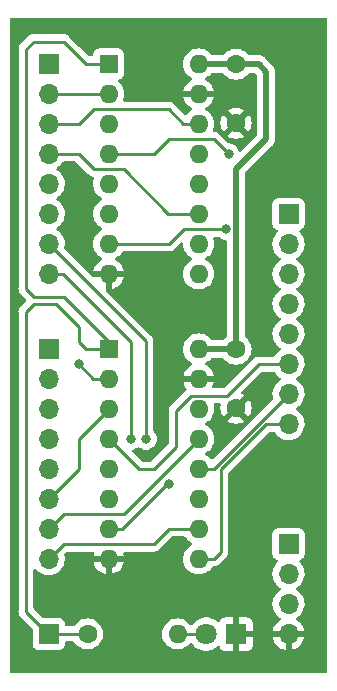
<source format=gtl>
%TF.GenerationSoftware,KiCad,Pcbnew,(6.0.5)*%
%TF.CreationDate,2024-02-04T14:23:38-06:00*%
%TF.ProjectId,i281_mux,69323831-5f6d-4757-982e-6b696361645f,rev?*%
%TF.SameCoordinates,Original*%
%TF.FileFunction,Copper,L1,Top*%
%TF.FilePolarity,Positive*%
%FSLAX46Y46*%
G04 Gerber Fmt 4.6, Leading zero omitted, Abs format (unit mm)*
G04 Created by KiCad (PCBNEW (6.0.5)) date 2024-02-04 14:23:38*
%MOMM*%
%LPD*%
G01*
G04 APERTURE LIST*
%TA.AperFunction,ComponentPad*%
%ADD10C,1.600000*%
%TD*%
%TA.AperFunction,ComponentPad*%
%ADD11O,1.600000X1.600000*%
%TD*%
%TA.AperFunction,ComponentPad*%
%ADD12R,1.700000X1.700000*%
%TD*%
%TA.AperFunction,ComponentPad*%
%ADD13O,1.700000X1.700000*%
%TD*%
%TA.AperFunction,ComponentPad*%
%ADD14R,1.600000X1.600000*%
%TD*%
%TA.AperFunction,ComponentPad*%
%ADD15C,1.800000*%
%TD*%
%TA.AperFunction,ComponentPad*%
%ADD16R,1.800000X1.800000*%
%TD*%
%TA.AperFunction,ViaPad*%
%ADD17C,0.800000*%
%TD*%
%TA.AperFunction,Conductor*%
%ADD18C,0.500000*%
%TD*%
%TA.AperFunction,Conductor*%
%ADD19C,0.250000*%
%TD*%
G04 APERTURE END LIST*
D10*
X148082000Y-111750000D03*
D11*
X155702000Y-111750000D03*
D12*
X144790000Y-111750000D03*
D10*
X160655000Y-87630000D03*
X160655000Y-92630000D03*
X160655000Y-63500000D03*
X160655000Y-68500000D03*
D12*
X165100000Y-104140000D03*
D13*
X165100000Y-106680000D03*
X165100000Y-109220000D03*
X165100000Y-111760000D03*
X144790000Y-105400000D03*
X144790000Y-102860000D03*
X144790000Y-100320000D03*
X144790000Y-97780000D03*
X144790000Y-95240000D03*
X144790000Y-92700000D03*
X144790000Y-90160000D03*
D12*
X144790000Y-87620000D03*
X165100000Y-76200000D03*
D13*
X165100000Y-78740000D03*
X165100000Y-81280000D03*
X165100000Y-83820000D03*
X165100000Y-86360000D03*
X165100000Y-88900000D03*
X165100000Y-91440000D03*
X165100000Y-93980000D03*
X144790000Y-81270000D03*
X144790000Y-78730000D03*
X144790000Y-76190000D03*
X144790000Y-73650000D03*
X144790000Y-71110000D03*
X144790000Y-68570000D03*
X144790000Y-66030000D03*
D12*
X144790000Y-63490000D03*
D11*
X157490000Y-63490000D03*
X157490000Y-66030000D03*
X157490000Y-68570000D03*
X157490000Y-71110000D03*
X157490000Y-73650000D03*
X157490000Y-76190000D03*
X157490000Y-78730000D03*
X157490000Y-81270000D03*
X149870000Y-81270000D03*
X149870000Y-78730000D03*
X149870000Y-76190000D03*
X149870000Y-73650000D03*
X149870000Y-71110000D03*
X149870000Y-68570000D03*
X149870000Y-66030000D03*
D14*
X149870000Y-63490000D03*
D11*
X157500000Y-87610000D03*
X157500000Y-90150000D03*
X157500000Y-92690000D03*
X157500000Y-95230000D03*
X157500000Y-97770000D03*
X157500000Y-100310000D03*
X157500000Y-102850000D03*
X157500000Y-105390000D03*
X149880000Y-105390000D03*
X149880000Y-102850000D03*
X149880000Y-100310000D03*
X149880000Y-97770000D03*
X149880000Y-95230000D03*
X149880000Y-92690000D03*
X149880000Y-90150000D03*
D14*
X149880000Y-87610000D03*
D15*
X158115000Y-111760000D03*
D16*
X160655000Y-111760000D03*
D17*
X160020000Y-71120000D03*
X159805500Y-77470000D03*
X147320000Y-88900000D03*
X153035000Y-95250000D03*
X151765000Y-95250000D03*
X154940000Y-99060000D03*
D18*
X157500000Y-63500000D02*
X157490000Y-63490000D01*
X160655000Y-63500000D02*
X157500000Y-63500000D01*
X162560000Y-63500000D02*
X160655000Y-63500000D01*
D19*
X144790000Y-111750000D02*
X148082000Y-111750000D01*
X144770000Y-111750000D02*
X144790000Y-111750000D01*
X142875000Y-109855000D02*
X144770000Y-111750000D01*
X142875000Y-84455000D02*
X142875000Y-109855000D01*
X143510000Y-83820000D02*
X142875000Y-84455000D01*
X145415000Y-83820000D02*
X143510000Y-83820000D01*
X147320000Y-86995000D02*
X147320000Y-85725000D01*
X147935000Y-87610000D02*
X147320000Y-86995000D01*
X147320000Y-85725000D02*
X145415000Y-83820000D01*
X149880000Y-87610000D02*
X147935000Y-87610000D01*
X154940000Y-69850000D02*
X158750000Y-69850000D01*
X158750000Y-69850000D02*
X160020000Y-71120000D01*
X153680000Y-71110000D02*
X154940000Y-69850000D01*
X149870000Y-71110000D02*
X153680000Y-71110000D01*
X159385000Y-77470000D02*
X159805500Y-77470000D01*
X156210000Y-77470000D02*
X159385000Y-77470000D01*
X154950000Y-78730000D02*
X156210000Y-77470000D01*
X149870000Y-78730000D02*
X154950000Y-78730000D01*
D18*
X163195000Y-64135000D02*
X162560000Y-63500000D01*
X163195000Y-69850000D02*
X163195000Y-64135000D01*
X160655000Y-72390000D02*
X163195000Y-69850000D01*
X160655000Y-87630000D02*
X160655000Y-72390000D01*
D19*
X163195718Y-93980000D02*
X165100000Y-93980000D01*
X159385000Y-97790718D02*
X163195718Y-93980000D01*
X159385000Y-104775000D02*
X159385000Y-97790718D01*
X158770000Y-105390000D02*
X159385000Y-104775000D01*
X157500000Y-105390000D02*
X158770000Y-105390000D01*
X158770000Y-97770000D02*
X165100000Y-91440000D01*
X157500000Y-97770000D02*
X158770000Y-97770000D01*
X162560000Y-88900000D02*
X165100000Y-88900000D01*
X159894511Y-91565489D02*
X162560000Y-88900000D01*
X156876861Y-91565489D02*
X159894511Y-91565489D01*
X155575000Y-92867350D02*
X156876861Y-91565489D01*
X155575000Y-95885000D02*
X155575000Y-92867350D01*
X153670000Y-97790000D02*
X155575000Y-95885000D01*
X152440000Y-97790000D02*
X153670000Y-97790000D01*
X149880000Y-95230000D02*
X152440000Y-97790000D01*
X158105000Y-111750000D02*
X158115000Y-111760000D01*
X155702000Y-111750000D02*
X158105000Y-111750000D01*
D18*
X157520000Y-87630000D02*
X157500000Y-87610000D01*
X160655000Y-87630000D02*
X157520000Y-87630000D01*
D19*
X157490000Y-63490000D02*
X157490000Y-63510000D01*
X151130000Y-72390000D02*
X154930000Y-76190000D01*
X148610000Y-72390000D02*
X151130000Y-72390000D01*
X154930000Y-76190000D02*
X157490000Y-76190000D01*
X147330000Y-71110000D02*
X148610000Y-72390000D01*
X144790000Y-71110000D02*
X147330000Y-71110000D01*
X148570000Y-90150000D02*
X149880000Y-90150000D01*
X147320000Y-88900000D02*
X148570000Y-90150000D01*
X151765000Y-95250000D02*
X151765000Y-86995000D01*
X151765000Y-86995000D02*
X146040000Y-81270000D01*
X146040000Y-81270000D02*
X144790000Y-81270000D01*
X153035000Y-95250000D02*
X153035000Y-86975000D01*
X153035000Y-86975000D02*
X144790000Y-78730000D01*
X151130000Y-101600000D02*
X157500000Y-95230000D01*
X146050000Y-101600000D02*
X151130000Y-101600000D01*
X144790000Y-102860000D02*
X146050000Y-101600000D01*
X151011370Y-102850000D02*
X149880000Y-102850000D01*
X154940000Y-99060000D02*
X154801370Y-99060000D01*
X154801370Y-99060000D02*
X151011370Y-102850000D01*
X147945000Y-63490000D02*
X149870000Y-63490000D01*
X146050000Y-61595000D02*
X147945000Y-63490000D01*
X143510000Y-61595000D02*
X146050000Y-61595000D01*
X142875000Y-62230000D02*
X143510000Y-61595000D01*
X142875000Y-82550000D02*
X142875000Y-62230000D01*
X143510000Y-83185000D02*
X142875000Y-82550000D01*
X146050000Y-83185000D02*
X143510000Y-83185000D01*
X149880000Y-87015000D02*
X146050000Y-83185000D01*
X149880000Y-87610000D02*
X149880000Y-87015000D01*
X147320000Y-95250000D02*
X149880000Y-92690000D01*
X147320000Y-97790000D02*
X147320000Y-95250000D01*
X144790000Y-100320000D02*
X147320000Y-97790000D01*
X154960000Y-102850000D02*
X157500000Y-102850000D01*
X153670000Y-104140000D02*
X154960000Y-102850000D01*
X146050000Y-104140000D02*
X153670000Y-104140000D01*
X144790000Y-105400000D02*
X146050000Y-104140000D01*
X154940000Y-67310000D02*
X156200000Y-68570000D01*
X148590000Y-67310000D02*
X154940000Y-67310000D01*
X147330000Y-68570000D02*
X148590000Y-67310000D01*
X144790000Y-68570000D02*
X147330000Y-68570000D01*
X156200000Y-68570000D02*
X157490000Y-68570000D01*
X144790000Y-66030000D02*
X149870000Y-66030000D01*
%TA.AperFunction,Conductor*%
G36*
X168343621Y-59583502D02*
G01*
X168390114Y-59637158D01*
X168401500Y-59689500D01*
X168401500Y-114935500D01*
X168381498Y-115003621D01*
X168327842Y-115050114D01*
X168275500Y-115061500D01*
X141604500Y-115061500D01*
X141536379Y-115041498D01*
X141489886Y-114987842D01*
X141478500Y-114935500D01*
X141478500Y-84434943D01*
X142236780Y-84434943D01*
X142237526Y-84442835D01*
X142240941Y-84478961D01*
X142241500Y-84490819D01*
X142241500Y-109776233D01*
X142240973Y-109787416D01*
X142239298Y-109794909D01*
X142239547Y-109802835D01*
X142239547Y-109802836D01*
X142241438Y-109862986D01*
X142241500Y-109866945D01*
X142241500Y-109894856D01*
X142241997Y-109898790D01*
X142241997Y-109898791D01*
X142242005Y-109898856D01*
X142242938Y-109910693D01*
X142244327Y-109954889D01*
X142249978Y-109974339D01*
X142253987Y-109993700D01*
X142256526Y-110013797D01*
X142259445Y-110021168D01*
X142259445Y-110021170D01*
X142272804Y-110054912D01*
X142276649Y-110066142D01*
X142288982Y-110108593D01*
X142293015Y-110115412D01*
X142293017Y-110115417D01*
X142299293Y-110126028D01*
X142307988Y-110143776D01*
X142315448Y-110162617D01*
X142320110Y-110169033D01*
X142320110Y-110169034D01*
X142341436Y-110198387D01*
X142347952Y-110208307D01*
X142370458Y-110246362D01*
X142384779Y-110260683D01*
X142397619Y-110275716D01*
X142409528Y-110292107D01*
X142415634Y-110297158D01*
X142443605Y-110320298D01*
X142452384Y-110328288D01*
X143394595Y-111270499D01*
X143428621Y-111332811D01*
X143431500Y-111359594D01*
X143431500Y-112648134D01*
X143438255Y-112710316D01*
X143489385Y-112846705D01*
X143576739Y-112963261D01*
X143693295Y-113050615D01*
X143829684Y-113101745D01*
X143891866Y-113108500D01*
X145688134Y-113108500D01*
X145750316Y-113101745D01*
X145886705Y-113050615D01*
X146003261Y-112963261D01*
X146090615Y-112846705D01*
X146141745Y-112710316D01*
X146148500Y-112648134D01*
X146148500Y-112509500D01*
X146168502Y-112441379D01*
X146222158Y-112394886D01*
X146274500Y-112383500D01*
X146862606Y-112383500D01*
X146930727Y-112403502D01*
X146965819Y-112437229D01*
X147072643Y-112589789D01*
X147075802Y-112594300D01*
X147237700Y-112756198D01*
X147242208Y-112759355D01*
X147242211Y-112759357D01*
X147305671Y-112803792D01*
X147425251Y-112887523D01*
X147430233Y-112889846D01*
X147430238Y-112889849D01*
X147627775Y-112981961D01*
X147632757Y-112984284D01*
X147638065Y-112985706D01*
X147638067Y-112985707D01*
X147848598Y-113042119D01*
X147848600Y-113042119D01*
X147853913Y-113043543D01*
X148082000Y-113063498D01*
X148310087Y-113043543D01*
X148315400Y-113042119D01*
X148315402Y-113042119D01*
X148525933Y-112985707D01*
X148525935Y-112985706D01*
X148531243Y-112984284D01*
X148536225Y-112981961D01*
X148733762Y-112889849D01*
X148733767Y-112889846D01*
X148738749Y-112887523D01*
X148858329Y-112803792D01*
X148921789Y-112759357D01*
X148921792Y-112759355D01*
X148926300Y-112756198D01*
X149088198Y-112594300D01*
X149091361Y-112589784D01*
X149178021Y-112466020D01*
X149219523Y-112406749D01*
X149221846Y-112401767D01*
X149221849Y-112401762D01*
X149313961Y-112204225D01*
X149313961Y-112204224D01*
X149316284Y-112199243D01*
X149353951Y-112058671D01*
X149374119Y-111983402D01*
X149374119Y-111983400D01*
X149375543Y-111978087D01*
X149395498Y-111750000D01*
X154388502Y-111750000D01*
X154408457Y-111978087D01*
X154409881Y-111983400D01*
X154409881Y-111983402D01*
X154430050Y-112058671D01*
X154467716Y-112199243D01*
X154470039Y-112204224D01*
X154470039Y-112204225D01*
X154562151Y-112401762D01*
X154562154Y-112401767D01*
X154564477Y-112406749D01*
X154605979Y-112466020D01*
X154692640Y-112589784D01*
X154695802Y-112594300D01*
X154857700Y-112756198D01*
X154862208Y-112759355D01*
X154862211Y-112759357D01*
X154925671Y-112803792D01*
X155045251Y-112887523D01*
X155050233Y-112889846D01*
X155050238Y-112889849D01*
X155247775Y-112981961D01*
X155252757Y-112984284D01*
X155258065Y-112985706D01*
X155258067Y-112985707D01*
X155468598Y-113042119D01*
X155468600Y-113042119D01*
X155473913Y-113043543D01*
X155702000Y-113063498D01*
X155930087Y-113043543D01*
X155935400Y-113042119D01*
X155935402Y-113042119D01*
X156145933Y-112985707D01*
X156145935Y-112985706D01*
X156151243Y-112984284D01*
X156156225Y-112981961D01*
X156353762Y-112889849D01*
X156353767Y-112889846D01*
X156358749Y-112887523D01*
X156478329Y-112803792D01*
X156541789Y-112759357D01*
X156541792Y-112759355D01*
X156546300Y-112756198D01*
X156708198Y-112594300D01*
X156711357Y-112589789D01*
X156711361Y-112589784D01*
X156739845Y-112549104D01*
X156795302Y-112504775D01*
X156865921Y-112497466D01*
X156929281Y-112529496D01*
X156950490Y-112555538D01*
X156971801Y-112590314D01*
X156971805Y-112590319D01*
X156974501Y-112594719D01*
X157126147Y-112769784D01*
X157304349Y-112917730D01*
X157504322Y-113034584D01*
X157509147Y-113036426D01*
X157509148Y-113036427D01*
X157532198Y-113045229D01*
X157720694Y-113117209D01*
X157725760Y-113118240D01*
X157725761Y-113118240D01*
X157778846Y-113129040D01*
X157947656Y-113163385D01*
X158078324Y-113168176D01*
X158173949Y-113171683D01*
X158173953Y-113171683D01*
X158179113Y-113171872D01*
X158184233Y-113171216D01*
X158184235Y-113171216D01*
X158283668Y-113158478D01*
X158408847Y-113142442D01*
X158413795Y-113140957D01*
X158413802Y-113140956D01*
X158625747Y-113077369D01*
X158630690Y-113075886D01*
X158635324Y-113073616D01*
X158834049Y-112976262D01*
X158834052Y-112976260D01*
X158838684Y-112973991D01*
X159027243Y-112839494D01*
X159030898Y-112835852D01*
X159030906Y-112835845D01*
X159072697Y-112794199D01*
X159135068Y-112760282D01*
X159205875Y-112765470D01*
X159262637Y-112808116D01*
X159279619Y-112839218D01*
X159301677Y-112898056D01*
X159310214Y-112913649D01*
X159386715Y-113015724D01*
X159399276Y-113028285D01*
X159501351Y-113104786D01*
X159516946Y-113113324D01*
X159637394Y-113158478D01*
X159652649Y-113162105D01*
X159703514Y-113167631D01*
X159710328Y-113168000D01*
X160382885Y-113168000D01*
X160398124Y-113163525D01*
X160399329Y-113162135D01*
X160401000Y-113154452D01*
X160401000Y-113149884D01*
X160909000Y-113149884D01*
X160913475Y-113165123D01*
X160914865Y-113166328D01*
X160922548Y-113167999D01*
X161599669Y-113167999D01*
X161606490Y-113167629D01*
X161657352Y-113162105D01*
X161672604Y-113158479D01*
X161793054Y-113113324D01*
X161808649Y-113104786D01*
X161910724Y-113028285D01*
X161923285Y-113015724D01*
X161999786Y-112913649D01*
X162008324Y-112898054D01*
X162053478Y-112777606D01*
X162057105Y-112762351D01*
X162062631Y-112711486D01*
X162063000Y-112704672D01*
X162063000Y-112032115D01*
X162061782Y-112027966D01*
X163768257Y-112027966D01*
X163798565Y-112162446D01*
X163801645Y-112172275D01*
X163881770Y-112369603D01*
X163886413Y-112378794D01*
X163997694Y-112560388D01*
X164003777Y-112568699D01*
X164143213Y-112729667D01*
X164150580Y-112736883D01*
X164314434Y-112872916D01*
X164322881Y-112878831D01*
X164506756Y-112986279D01*
X164516042Y-112990729D01*
X164715001Y-113066703D01*
X164724899Y-113069579D01*
X164828250Y-113090606D01*
X164842299Y-113089410D01*
X164846000Y-113079065D01*
X164846000Y-113078517D01*
X165354000Y-113078517D01*
X165358064Y-113092359D01*
X165371478Y-113094393D01*
X165378184Y-113093534D01*
X165388262Y-113091392D01*
X165592255Y-113030191D01*
X165601842Y-113026433D01*
X165793095Y-112932739D01*
X165801945Y-112927464D01*
X165975328Y-112803792D01*
X165983200Y-112797139D01*
X166134052Y-112646812D01*
X166140730Y-112638965D01*
X166265003Y-112466020D01*
X166270313Y-112457183D01*
X166364670Y-112266267D01*
X166368469Y-112256672D01*
X166430377Y-112052910D01*
X166432555Y-112042837D01*
X166433986Y-112031962D01*
X166431775Y-112017778D01*
X166418617Y-112014000D01*
X165372115Y-112014000D01*
X165356876Y-112018475D01*
X165355671Y-112019865D01*
X165354000Y-112027548D01*
X165354000Y-113078517D01*
X164846000Y-113078517D01*
X164846000Y-112032115D01*
X164841525Y-112016876D01*
X164840135Y-112015671D01*
X164832452Y-112014000D01*
X163783225Y-112014000D01*
X163769694Y-112017973D01*
X163768257Y-112027966D01*
X162061782Y-112027966D01*
X162058525Y-112016876D01*
X162057135Y-112015671D01*
X162049452Y-112014000D01*
X160927115Y-112014000D01*
X160911876Y-112018475D01*
X160910671Y-112019865D01*
X160909000Y-112027548D01*
X160909000Y-113149884D01*
X160401000Y-113149884D01*
X160401000Y-111487885D01*
X160909000Y-111487885D01*
X160913475Y-111503124D01*
X160914865Y-111504329D01*
X160922548Y-111506000D01*
X162044884Y-111506000D01*
X162060123Y-111501525D01*
X162061328Y-111500135D01*
X162062999Y-111492452D01*
X162062999Y-110815331D01*
X162062629Y-110808510D01*
X162057105Y-110757648D01*
X162053479Y-110742396D01*
X162008324Y-110621946D01*
X161999786Y-110606351D01*
X161923285Y-110504276D01*
X161910724Y-110491715D01*
X161808649Y-110415214D01*
X161793054Y-110406676D01*
X161672606Y-110361522D01*
X161657351Y-110357895D01*
X161606486Y-110352369D01*
X161599672Y-110352000D01*
X160927115Y-110352000D01*
X160911876Y-110356475D01*
X160910671Y-110357865D01*
X160909000Y-110365548D01*
X160909000Y-111487885D01*
X160401000Y-111487885D01*
X160401000Y-110370116D01*
X160396525Y-110354877D01*
X160395135Y-110353672D01*
X160387452Y-110352001D01*
X159710331Y-110352001D01*
X159703510Y-110352371D01*
X159652648Y-110357895D01*
X159637396Y-110361521D01*
X159516946Y-110406676D01*
X159501351Y-110415214D01*
X159399276Y-110491715D01*
X159386715Y-110504276D01*
X159310214Y-110606351D01*
X159301675Y-110621948D01*
X159280934Y-110677275D01*
X159238293Y-110734040D01*
X159171731Y-110758740D01*
X159102383Y-110743533D01*
X159079388Y-110726909D01*
X159078887Y-110726358D01*
X159016737Y-110677275D01*
X158901177Y-110586011D01*
X158901172Y-110586008D01*
X158897123Y-110582810D01*
X158892607Y-110580317D01*
X158892604Y-110580315D01*
X158698879Y-110473373D01*
X158698875Y-110473371D01*
X158694355Y-110470876D01*
X158689486Y-110469152D01*
X158689482Y-110469150D01*
X158480903Y-110395288D01*
X158480899Y-110395287D01*
X158476028Y-110393562D01*
X158470935Y-110392655D01*
X158470932Y-110392654D01*
X158253095Y-110353851D01*
X158253089Y-110353850D01*
X158248006Y-110352945D01*
X158170644Y-110352000D01*
X158021581Y-110350179D01*
X158021579Y-110350179D01*
X158016411Y-110350116D01*
X157787464Y-110385150D01*
X157567314Y-110457106D01*
X157562726Y-110459494D01*
X157562722Y-110459496D01*
X157414340Y-110536739D01*
X157361872Y-110564052D01*
X157357739Y-110567155D01*
X157357736Y-110567157D01*
X157231813Y-110661703D01*
X157176655Y-110703117D01*
X157016639Y-110870564D01*
X156974099Y-110932926D01*
X156955027Y-110960884D01*
X156900116Y-111005887D01*
X156829591Y-111014058D01*
X156765844Y-110982804D01*
X156747726Y-110962151D01*
X156711357Y-110910211D01*
X156711355Y-110910208D01*
X156708198Y-110905700D01*
X156546300Y-110743802D01*
X156541792Y-110740645D01*
X156541789Y-110740643D01*
X156381235Y-110628222D01*
X156358749Y-110612477D01*
X156353767Y-110610154D01*
X156353762Y-110610151D01*
X156156225Y-110518039D01*
X156156224Y-110518039D01*
X156151243Y-110515716D01*
X156145935Y-110514294D01*
X156145933Y-110514293D01*
X155935402Y-110457881D01*
X155935400Y-110457881D01*
X155930087Y-110456457D01*
X155702000Y-110436502D01*
X155473913Y-110456457D01*
X155468600Y-110457881D01*
X155468598Y-110457881D01*
X155258067Y-110514293D01*
X155258065Y-110514294D01*
X155252757Y-110515716D01*
X155247776Y-110518039D01*
X155247775Y-110518039D01*
X155050238Y-110610151D01*
X155050233Y-110610154D01*
X155045251Y-110612477D01*
X155022765Y-110628222D01*
X154862211Y-110740643D01*
X154862208Y-110740645D01*
X154857700Y-110743802D01*
X154695802Y-110905700D01*
X154564477Y-111093251D01*
X154562154Y-111098233D01*
X154562151Y-111098238D01*
X154551624Y-111120814D01*
X154467716Y-111300757D01*
X154466294Y-111306065D01*
X154466293Y-111306067D01*
X154412721Y-111506000D01*
X154408457Y-111521913D01*
X154388502Y-111750000D01*
X149395498Y-111750000D01*
X149375543Y-111521913D01*
X149371279Y-111506000D01*
X149317707Y-111306067D01*
X149317706Y-111306065D01*
X149316284Y-111300757D01*
X149232376Y-111120814D01*
X149221849Y-111098238D01*
X149221846Y-111098233D01*
X149219523Y-111093251D01*
X149088198Y-110905700D01*
X148926300Y-110743802D01*
X148921792Y-110740645D01*
X148921789Y-110740643D01*
X148761235Y-110628222D01*
X148738749Y-110612477D01*
X148733767Y-110610154D01*
X148733762Y-110610151D01*
X148536225Y-110518039D01*
X148536224Y-110518039D01*
X148531243Y-110515716D01*
X148525935Y-110514294D01*
X148525933Y-110514293D01*
X148315402Y-110457881D01*
X148315400Y-110457881D01*
X148310087Y-110456457D01*
X148082000Y-110436502D01*
X147853913Y-110456457D01*
X147848600Y-110457881D01*
X147848598Y-110457881D01*
X147638067Y-110514293D01*
X147638065Y-110514294D01*
X147632757Y-110515716D01*
X147627776Y-110518039D01*
X147627775Y-110518039D01*
X147430238Y-110610151D01*
X147430233Y-110610154D01*
X147425251Y-110612477D01*
X147402765Y-110628222D01*
X147242211Y-110740643D01*
X147242208Y-110740645D01*
X147237700Y-110743802D01*
X147075802Y-110905700D01*
X147072645Y-110910208D01*
X147072643Y-110910211D01*
X146965819Y-111062771D01*
X146910362Y-111107099D01*
X146862606Y-111116500D01*
X146274500Y-111116500D01*
X146206379Y-111096498D01*
X146159886Y-111042842D01*
X146148500Y-110990500D01*
X146148500Y-110851866D01*
X146141745Y-110789684D01*
X146090615Y-110653295D01*
X146003261Y-110536739D01*
X145886705Y-110449385D01*
X145750316Y-110398255D01*
X145688134Y-110391500D01*
X144359595Y-110391500D01*
X144291474Y-110371498D01*
X144270499Y-110354595D01*
X143545404Y-109629499D01*
X143511379Y-109567187D01*
X143508500Y-109540404D01*
X143508500Y-109186695D01*
X163737251Y-109186695D01*
X163737548Y-109191848D01*
X163737548Y-109191851D01*
X163743011Y-109286590D01*
X163750110Y-109409715D01*
X163751247Y-109414761D01*
X163751248Y-109414767D01*
X163771119Y-109502939D01*
X163799222Y-109627639D01*
X163837461Y-109721811D01*
X163870362Y-109802836D01*
X163883266Y-109834616D01*
X163999987Y-110025088D01*
X164146250Y-110193938D01*
X164318126Y-110336632D01*
X164367610Y-110365548D01*
X164391955Y-110379774D01*
X164440679Y-110431412D01*
X164453750Y-110501195D01*
X164427019Y-110566967D01*
X164386562Y-110600327D01*
X164378457Y-110604546D01*
X164369738Y-110610036D01*
X164199433Y-110737905D01*
X164191726Y-110744748D01*
X164044590Y-110898717D01*
X164038104Y-110906727D01*
X163918098Y-111082649D01*
X163913000Y-111091623D01*
X163823338Y-111284783D01*
X163819775Y-111294470D01*
X163764389Y-111494183D01*
X163765912Y-111502607D01*
X163778292Y-111506000D01*
X166418344Y-111506000D01*
X166431875Y-111502027D01*
X166433180Y-111492947D01*
X166391214Y-111325875D01*
X166387894Y-111316124D01*
X166302972Y-111120814D01*
X166298105Y-111111739D01*
X166182426Y-110932926D01*
X166176136Y-110924757D01*
X166032806Y-110767240D01*
X166025273Y-110760215D01*
X165858139Y-110628222D01*
X165849556Y-110622520D01*
X165812602Y-110602120D01*
X165762631Y-110551687D01*
X165747859Y-110482245D01*
X165772975Y-110415839D01*
X165800327Y-110389232D01*
X165850180Y-110353672D01*
X165979860Y-110261173D01*
X166138096Y-110103489D01*
X166164933Y-110066142D01*
X166265435Y-109926277D01*
X166268453Y-109922077D01*
X166274077Y-109910699D01*
X166365136Y-109726453D01*
X166365137Y-109726451D01*
X166367430Y-109721811D01*
X166432370Y-109508069D01*
X166461529Y-109286590D01*
X166463156Y-109220000D01*
X166444852Y-108997361D01*
X166390431Y-108780702D01*
X166301354Y-108575840D01*
X166180014Y-108388277D01*
X166029670Y-108223051D01*
X166025619Y-108219852D01*
X166025615Y-108219848D01*
X165858414Y-108087800D01*
X165858410Y-108087798D01*
X165854359Y-108084598D01*
X165813053Y-108061796D01*
X165763084Y-108011364D01*
X165748312Y-107941921D01*
X165773428Y-107875516D01*
X165800780Y-107848909D01*
X165844603Y-107817650D01*
X165979860Y-107721173D01*
X166138096Y-107563489D01*
X166197594Y-107480689D01*
X166265435Y-107386277D01*
X166268453Y-107382077D01*
X166367430Y-107181811D01*
X166432370Y-106968069D01*
X166461529Y-106746590D01*
X166461888Y-106731883D01*
X166463074Y-106683365D01*
X166463074Y-106683361D01*
X166463156Y-106680000D01*
X166444852Y-106457361D01*
X166390431Y-106240702D01*
X166301354Y-106035840D01*
X166242516Y-105944890D01*
X166182822Y-105852617D01*
X166182820Y-105852614D01*
X166180014Y-105848277D01*
X166176327Y-105844225D01*
X166032798Y-105686488D01*
X166001746Y-105622642D01*
X166010141Y-105552143D01*
X166055317Y-105497375D01*
X166081761Y-105483706D01*
X166188297Y-105443767D01*
X166196705Y-105440615D01*
X166313261Y-105353261D01*
X166400615Y-105236705D01*
X166451745Y-105100316D01*
X166458500Y-105038134D01*
X166458500Y-103241866D01*
X166451745Y-103179684D01*
X166400615Y-103043295D01*
X166313261Y-102926739D01*
X166196705Y-102839385D01*
X166060316Y-102788255D01*
X165998134Y-102781500D01*
X164201866Y-102781500D01*
X164139684Y-102788255D01*
X164003295Y-102839385D01*
X163886739Y-102926739D01*
X163799385Y-103043295D01*
X163748255Y-103179684D01*
X163741500Y-103241866D01*
X163741500Y-105038134D01*
X163748255Y-105100316D01*
X163799385Y-105236705D01*
X163886739Y-105353261D01*
X164003295Y-105440615D01*
X164011704Y-105443767D01*
X164011705Y-105443768D01*
X164120451Y-105484535D01*
X164177216Y-105527176D01*
X164201916Y-105593738D01*
X164186709Y-105663087D01*
X164167316Y-105689568D01*
X164040629Y-105822138D01*
X164037715Y-105826410D01*
X164037714Y-105826411D01*
X164017890Y-105855472D01*
X163914743Y-106006680D01*
X163820688Y-106209305D01*
X163760989Y-106424570D01*
X163737251Y-106646695D01*
X163737548Y-106651848D01*
X163737548Y-106651851D01*
X163743413Y-106753567D01*
X163750110Y-106869715D01*
X163751247Y-106874761D01*
X163751248Y-106874767D01*
X163771119Y-106962939D01*
X163799222Y-107087639D01*
X163883266Y-107294616D01*
X163999987Y-107485088D01*
X164146250Y-107653938D01*
X164318126Y-107796632D01*
X164388595Y-107837811D01*
X164391445Y-107839476D01*
X164440169Y-107891114D01*
X164453240Y-107960897D01*
X164426509Y-108026669D01*
X164386055Y-108060027D01*
X164373607Y-108066507D01*
X164369474Y-108069610D01*
X164369471Y-108069612D01*
X164345247Y-108087800D01*
X164194965Y-108200635D01*
X164040629Y-108362138D01*
X163914743Y-108546680D01*
X163820688Y-108749305D01*
X163760989Y-108964570D01*
X163737251Y-109186695D01*
X143508500Y-109186695D01*
X143508500Y-106333474D01*
X143528502Y-106265353D01*
X143582158Y-106218860D01*
X143652432Y-106208756D01*
X143717012Y-106238250D01*
X143729734Y-106250973D01*
X143783732Y-106313310D01*
X143832866Y-106370032D01*
X143832869Y-106370035D01*
X143836250Y-106373938D01*
X144008126Y-106516632D01*
X144201000Y-106629338D01*
X144205825Y-106631180D01*
X144205826Y-106631181D01*
X144275972Y-106657967D01*
X144409692Y-106709030D01*
X144414760Y-106710061D01*
X144414763Y-106710062D01*
X144522017Y-106731883D01*
X144628597Y-106753567D01*
X144633772Y-106753757D01*
X144633774Y-106753757D01*
X144846673Y-106761564D01*
X144846677Y-106761564D01*
X144851837Y-106761753D01*
X144856957Y-106761097D01*
X144856959Y-106761097D01*
X145068288Y-106734025D01*
X145068289Y-106734025D01*
X145073416Y-106733368D01*
X145078366Y-106731883D01*
X145282429Y-106670661D01*
X145282434Y-106670659D01*
X145287384Y-106669174D01*
X145487994Y-106570896D01*
X145669860Y-106441173D01*
X145711823Y-106399357D01*
X145824435Y-106287137D01*
X145828096Y-106283489D01*
X145858842Y-106240702D01*
X145955435Y-106106277D01*
X145958453Y-106102077D01*
X145988263Y-106041762D01*
X146055136Y-105906453D01*
X146055137Y-105906451D01*
X146057430Y-105901811D01*
X146122370Y-105688069D01*
X146126523Y-105656522D01*
X148597273Y-105656522D01*
X148644764Y-105833761D01*
X148648510Y-105844053D01*
X148740586Y-106041511D01*
X148746069Y-106051007D01*
X148871028Y-106229467D01*
X148878084Y-106237875D01*
X149032125Y-106391916D01*
X149040533Y-106398972D01*
X149218993Y-106523931D01*
X149228489Y-106529414D01*
X149425947Y-106621490D01*
X149436239Y-106625236D01*
X149608503Y-106671394D01*
X149622599Y-106671058D01*
X149626000Y-106663116D01*
X149626000Y-106657967D01*
X150134000Y-106657967D01*
X150137973Y-106671498D01*
X150146522Y-106672727D01*
X150323761Y-106625236D01*
X150334053Y-106621490D01*
X150531511Y-106529414D01*
X150541007Y-106523931D01*
X150719467Y-106398972D01*
X150727875Y-106391916D01*
X150881916Y-106237875D01*
X150888972Y-106229467D01*
X151013931Y-106051007D01*
X151019414Y-106041511D01*
X151111490Y-105844053D01*
X151115236Y-105833761D01*
X151161394Y-105661497D01*
X151161058Y-105647401D01*
X151153116Y-105644000D01*
X150152115Y-105644000D01*
X150136876Y-105648475D01*
X150135671Y-105649865D01*
X150134000Y-105657548D01*
X150134000Y-106657967D01*
X149626000Y-106657967D01*
X149626000Y-105662115D01*
X149621525Y-105646876D01*
X149620135Y-105645671D01*
X149612452Y-105644000D01*
X148612033Y-105644000D01*
X148598502Y-105647973D01*
X148597273Y-105656522D01*
X146126523Y-105656522D01*
X146151529Y-105466590D01*
X146153156Y-105400000D01*
X146134852Y-105177361D01*
X146106821Y-105065765D01*
X146109625Y-104994825D01*
X146139930Y-104945974D01*
X146275501Y-104810404D01*
X146337813Y-104776379D01*
X146364596Y-104773500D01*
X148527689Y-104773500D01*
X148595810Y-104793502D01*
X148642303Y-104847158D01*
X148652407Y-104917432D01*
X148646092Y-104942589D01*
X148644766Y-104946234D01*
X148598606Y-105118503D01*
X148598942Y-105132599D01*
X148606884Y-105136000D01*
X151147967Y-105136000D01*
X151161498Y-105132027D01*
X151162727Y-105123478D01*
X151115234Y-104946234D01*
X151113908Y-104942589D01*
X151109408Y-104871735D01*
X151143930Y-104809696D01*
X151206511Y-104776170D01*
X151232311Y-104773500D01*
X153591233Y-104773500D01*
X153602416Y-104774027D01*
X153609909Y-104775702D01*
X153617835Y-104775453D01*
X153617836Y-104775453D01*
X153677986Y-104773562D01*
X153681945Y-104773500D01*
X153709856Y-104773500D01*
X153713791Y-104773003D01*
X153713856Y-104772995D01*
X153725693Y-104772062D01*
X153757951Y-104771048D01*
X153761970Y-104770922D01*
X153769889Y-104770673D01*
X153789343Y-104765021D01*
X153808700Y-104761013D01*
X153820930Y-104759468D01*
X153820931Y-104759468D01*
X153828797Y-104758474D01*
X153836168Y-104755555D01*
X153836170Y-104755555D01*
X153869912Y-104742196D01*
X153881142Y-104738351D01*
X153915983Y-104728229D01*
X153915984Y-104728229D01*
X153923593Y-104726018D01*
X153930412Y-104721985D01*
X153930417Y-104721983D01*
X153941028Y-104715707D01*
X153958776Y-104707012D01*
X153977617Y-104699552D01*
X154013387Y-104673564D01*
X154023307Y-104667048D01*
X154054535Y-104648580D01*
X154054538Y-104648578D01*
X154061362Y-104644542D01*
X154075683Y-104630221D01*
X154090717Y-104617380D01*
X154100694Y-104610131D01*
X154107107Y-104605472D01*
X154135298Y-104571395D01*
X154143288Y-104562616D01*
X155185499Y-103520405D01*
X155247811Y-103486379D01*
X155274594Y-103483500D01*
X156280606Y-103483500D01*
X156348727Y-103503502D01*
X156383819Y-103537229D01*
X156490641Y-103689786D01*
X156493802Y-103694300D01*
X156655700Y-103856198D01*
X156660208Y-103859355D01*
X156660211Y-103859357D01*
X156738389Y-103914098D01*
X156843251Y-103987523D01*
X156848233Y-103989846D01*
X156848238Y-103989849D01*
X156882457Y-104005805D01*
X156935742Y-104052722D01*
X156955203Y-104120999D01*
X156934661Y-104188959D01*
X156882457Y-104234195D01*
X156848238Y-104250151D01*
X156848233Y-104250154D01*
X156843251Y-104252477D01*
X156738389Y-104325902D01*
X156660211Y-104380643D01*
X156660208Y-104380645D01*
X156655700Y-104383802D01*
X156493802Y-104545700D01*
X156490645Y-104550208D01*
X156490643Y-104550211D01*
X156451949Y-104605472D01*
X156362477Y-104733251D01*
X156360154Y-104738233D01*
X156360151Y-104738238D01*
X156271056Y-104929305D01*
X156265716Y-104940757D01*
X156264294Y-104946065D01*
X156264293Y-104946067D01*
X156214465Y-105132027D01*
X156206457Y-105161913D01*
X156186502Y-105390000D01*
X156206457Y-105618087D01*
X156207881Y-105623400D01*
X156207881Y-105623402D01*
X156262278Y-105826411D01*
X156265716Y-105839243D01*
X156268039Y-105844224D01*
X156268039Y-105844225D01*
X156360151Y-106041762D01*
X156360154Y-106041767D01*
X156362477Y-106046749D01*
X156365634Y-106051257D01*
X156482991Y-106218860D01*
X156493802Y-106234300D01*
X156655700Y-106396198D01*
X156660208Y-106399355D01*
X156660211Y-106399357D01*
X156719931Y-106441173D01*
X156843251Y-106527523D01*
X156848233Y-106529846D01*
X156848238Y-106529849D01*
X156936265Y-106570896D01*
X157050757Y-106624284D01*
X157056065Y-106625706D01*
X157056067Y-106625707D01*
X157266598Y-106682119D01*
X157266600Y-106682119D01*
X157271913Y-106683543D01*
X157500000Y-106703498D01*
X157728087Y-106683543D01*
X157733400Y-106682119D01*
X157733402Y-106682119D01*
X157943933Y-106625707D01*
X157943935Y-106625706D01*
X157949243Y-106624284D01*
X158063735Y-106570896D01*
X158151762Y-106529849D01*
X158151767Y-106529846D01*
X158156749Y-106527523D01*
X158280069Y-106441173D01*
X158339789Y-106399357D01*
X158339792Y-106399355D01*
X158344300Y-106396198D01*
X158506198Y-106234300D01*
X158509582Y-106229467D01*
X158614773Y-106079240D01*
X158670230Y-106034912D01*
X158714026Y-106025573D01*
X158774856Y-106023660D01*
X158777986Y-106023562D01*
X158781945Y-106023500D01*
X158809856Y-106023500D01*
X158813791Y-106023003D01*
X158813856Y-106022995D01*
X158825693Y-106022062D01*
X158857951Y-106021048D01*
X158861970Y-106020922D01*
X158869889Y-106020673D01*
X158889343Y-106015021D01*
X158908700Y-106011013D01*
X158920930Y-106009468D01*
X158920931Y-106009468D01*
X158928797Y-106008474D01*
X158936168Y-106005555D01*
X158936170Y-106005555D01*
X158969912Y-105992196D01*
X158981142Y-105988351D01*
X159015983Y-105978229D01*
X159015984Y-105978229D01*
X159023593Y-105976018D01*
X159030412Y-105971985D01*
X159030417Y-105971983D01*
X159041028Y-105965707D01*
X159058776Y-105957012D01*
X159077617Y-105949552D01*
X159113387Y-105923564D01*
X159123307Y-105917048D01*
X159154535Y-105898580D01*
X159154538Y-105898578D01*
X159161362Y-105894542D01*
X159175683Y-105880221D01*
X159190717Y-105867380D01*
X159200694Y-105860131D01*
X159207107Y-105855472D01*
X159235298Y-105821395D01*
X159243288Y-105812616D01*
X159777247Y-105278657D01*
X159785537Y-105271113D01*
X159792018Y-105267000D01*
X159838659Y-105217332D01*
X159841413Y-105214491D01*
X159861134Y-105194770D01*
X159863612Y-105191575D01*
X159871318Y-105182553D01*
X159896158Y-105156101D01*
X159901586Y-105150321D01*
X159911346Y-105132568D01*
X159922199Y-105116045D01*
X159929753Y-105106306D01*
X159934613Y-105100041D01*
X159952176Y-105059457D01*
X159957383Y-105048827D01*
X159978695Y-105010060D01*
X159980666Y-105002383D01*
X159980668Y-105002378D01*
X159983732Y-104990442D01*
X159990138Y-104971730D01*
X159995034Y-104960417D01*
X159998181Y-104953145D01*
X160000708Y-104937195D01*
X160005097Y-104909481D01*
X160007504Y-104897860D01*
X160016528Y-104862711D01*
X160016528Y-104862710D01*
X160018500Y-104855030D01*
X160018500Y-104834769D01*
X160020051Y-104815058D01*
X160021979Y-104802885D01*
X160023219Y-104795057D01*
X160019059Y-104751046D01*
X160018500Y-104739189D01*
X160018500Y-98105312D01*
X160038502Y-98037191D01*
X160055405Y-98016217D01*
X163421218Y-94650405D01*
X163483530Y-94616379D01*
X163510313Y-94613500D01*
X163824274Y-94613500D01*
X163892395Y-94633502D01*
X163931707Y-94673665D01*
X163999987Y-94785088D01*
X164146250Y-94953938D01*
X164318126Y-95096632D01*
X164511000Y-95209338D01*
X164515825Y-95211180D01*
X164515826Y-95211181D01*
X164544457Y-95222114D01*
X164719692Y-95289030D01*
X164724760Y-95290061D01*
X164724763Y-95290062D01*
X164822310Y-95309908D01*
X164938597Y-95333567D01*
X164943772Y-95333757D01*
X164943774Y-95333757D01*
X165156673Y-95341564D01*
X165156677Y-95341564D01*
X165161837Y-95341753D01*
X165166957Y-95341097D01*
X165166959Y-95341097D01*
X165378288Y-95314025D01*
X165378289Y-95314025D01*
X165383416Y-95313368D01*
X165406008Y-95306590D01*
X165592429Y-95250661D01*
X165592434Y-95250659D01*
X165597384Y-95249174D01*
X165797994Y-95150896D01*
X165979860Y-95021173D01*
X165983686Y-95017361D01*
X166109050Y-94892434D01*
X166138096Y-94863489D01*
X166156326Y-94838120D01*
X166265435Y-94686277D01*
X166268453Y-94682077D01*
X166272611Y-94673665D01*
X166365136Y-94486453D01*
X166365137Y-94486451D01*
X166367430Y-94481811D01*
X166432370Y-94268069D01*
X166461529Y-94046590D01*
X166462001Y-94027278D01*
X166463074Y-93983365D01*
X166463074Y-93983357D01*
X166463156Y-93980000D01*
X166444852Y-93757361D01*
X166390431Y-93540702D01*
X166301354Y-93335840D01*
X166180014Y-93148277D01*
X166029670Y-92983051D01*
X166025619Y-92979852D01*
X166025615Y-92979848D01*
X165858414Y-92847800D01*
X165858410Y-92847798D01*
X165854359Y-92844598D01*
X165813053Y-92821796D01*
X165763084Y-92771364D01*
X165748312Y-92701921D01*
X165773428Y-92635516D01*
X165800780Y-92608909D01*
X165844603Y-92577650D01*
X165979860Y-92481173D01*
X165983686Y-92477361D01*
X166097746Y-92363698D01*
X166138096Y-92323489D01*
X166174630Y-92272647D01*
X166265435Y-92146277D01*
X166268453Y-92142077D01*
X166271384Y-92136148D01*
X166365136Y-91946453D01*
X166365137Y-91946451D01*
X166367430Y-91941811D01*
X166432370Y-91728069D01*
X166461529Y-91506590D01*
X166462001Y-91487278D01*
X166463074Y-91443365D01*
X166463074Y-91443357D01*
X166463156Y-91440000D01*
X166444852Y-91217361D01*
X166390431Y-91000702D01*
X166301354Y-90795840D01*
X166180014Y-90608277D01*
X166029670Y-90443051D01*
X166025619Y-90439852D01*
X166025615Y-90439848D01*
X165858414Y-90307800D01*
X165858410Y-90307798D01*
X165854359Y-90304598D01*
X165813053Y-90281796D01*
X165763084Y-90231364D01*
X165748312Y-90161921D01*
X165773428Y-90095516D01*
X165800780Y-90068909D01*
X165844603Y-90037650D01*
X165979860Y-89941173D01*
X165983686Y-89937361D01*
X166134435Y-89787137D01*
X166138096Y-89783489D01*
X166147670Y-89770166D01*
X166265435Y-89606277D01*
X166268453Y-89602077D01*
X166272611Y-89593665D01*
X166365136Y-89406453D01*
X166365137Y-89406451D01*
X166367430Y-89401811D01*
X166432370Y-89188069D01*
X166461529Y-88966590D01*
X166462616Y-88922119D01*
X166463074Y-88903365D01*
X166463074Y-88903361D01*
X166463156Y-88900000D01*
X166444852Y-88677361D01*
X166390431Y-88460702D01*
X166301354Y-88255840D01*
X166261906Y-88194862D01*
X166182822Y-88072617D01*
X166182820Y-88072614D01*
X166180014Y-88068277D01*
X166029670Y-87903051D01*
X166025619Y-87899852D01*
X166025615Y-87899848D01*
X165858414Y-87767800D01*
X165858410Y-87767798D01*
X165854359Y-87764598D01*
X165813053Y-87741796D01*
X165763084Y-87691364D01*
X165748312Y-87621921D01*
X165773428Y-87555516D01*
X165800780Y-87528909D01*
X165844603Y-87497650D01*
X165979860Y-87401173D01*
X165999188Y-87381913D01*
X166134435Y-87247137D01*
X166138096Y-87243489D01*
X166144624Y-87234405D01*
X166265435Y-87066277D01*
X166268453Y-87062077D01*
X166274077Y-87050699D01*
X166365136Y-86866453D01*
X166365137Y-86866451D01*
X166367430Y-86861811D01*
X166417856Y-86695840D01*
X166430865Y-86653023D01*
X166430865Y-86653021D01*
X166432370Y-86648069D01*
X166461529Y-86426590D01*
X166462014Y-86406739D01*
X166463074Y-86363365D01*
X166463074Y-86363361D01*
X166463156Y-86360000D01*
X166444852Y-86137361D01*
X166390431Y-85920702D01*
X166301354Y-85715840D01*
X166180014Y-85528277D01*
X166029670Y-85363051D01*
X166025619Y-85359852D01*
X166025615Y-85359848D01*
X165858414Y-85227800D01*
X165858410Y-85227798D01*
X165854359Y-85224598D01*
X165813053Y-85201796D01*
X165763084Y-85151364D01*
X165748312Y-85081921D01*
X165773428Y-85015516D01*
X165800780Y-84988909D01*
X165844603Y-84957650D01*
X165979860Y-84861173D01*
X166138096Y-84703489D01*
X166197594Y-84620689D01*
X166265435Y-84526277D01*
X166268453Y-84522077D01*
X166286840Y-84484875D01*
X166365136Y-84326453D01*
X166365137Y-84326451D01*
X166367430Y-84321811D01*
X166432370Y-84108069D01*
X166461529Y-83886590D01*
X166463156Y-83820000D01*
X166444852Y-83597361D01*
X166390431Y-83380702D01*
X166301354Y-83175840D01*
X166202664Y-83023288D01*
X166182822Y-82992617D01*
X166182820Y-82992614D01*
X166180014Y-82988277D01*
X166029670Y-82823051D01*
X166025619Y-82819852D01*
X166025615Y-82819848D01*
X165858414Y-82687800D01*
X165858410Y-82687798D01*
X165854359Y-82684598D01*
X165813053Y-82661796D01*
X165763084Y-82611364D01*
X165748312Y-82541921D01*
X165773428Y-82475516D01*
X165800780Y-82448909D01*
X165863837Y-82403931D01*
X165979860Y-82321173D01*
X166021823Y-82279357D01*
X166134435Y-82167137D01*
X166138096Y-82163489D01*
X166170642Y-82118197D01*
X166265435Y-81986277D01*
X166268453Y-81982077D01*
X166298263Y-81921762D01*
X166365136Y-81786453D01*
X166365137Y-81786451D01*
X166367430Y-81781811D01*
X166432370Y-81568069D01*
X166461529Y-81346590D01*
X166463156Y-81280000D01*
X166444852Y-81057361D01*
X166390431Y-80840702D01*
X166301354Y-80635840D01*
X166180014Y-80448277D01*
X166029670Y-80283051D01*
X166025619Y-80279852D01*
X166025615Y-80279848D01*
X165858414Y-80147800D01*
X165858410Y-80147798D01*
X165854359Y-80144598D01*
X165813053Y-80121796D01*
X165763084Y-80071364D01*
X165748312Y-80001921D01*
X165773428Y-79935516D01*
X165800780Y-79908909D01*
X165863227Y-79864366D01*
X165979860Y-79781173D01*
X166021823Y-79739357D01*
X166134435Y-79627137D01*
X166138096Y-79623489D01*
X166170642Y-79578197D01*
X166265435Y-79446277D01*
X166268453Y-79442077D01*
X166298263Y-79381762D01*
X166365136Y-79246453D01*
X166365137Y-79246451D01*
X166367430Y-79241811D01*
X166403527Y-79123001D01*
X166430865Y-79033023D01*
X166430865Y-79033021D01*
X166432370Y-79028069D01*
X166461529Y-78806590D01*
X166463156Y-78740000D01*
X166444852Y-78517361D01*
X166390431Y-78300702D01*
X166301354Y-78095840D01*
X166180014Y-77908277D01*
X166167439Y-77894457D01*
X166032798Y-77746488D01*
X166001746Y-77682642D01*
X166010141Y-77612143D01*
X166055317Y-77557375D01*
X166081761Y-77543706D01*
X166188297Y-77503767D01*
X166196705Y-77500615D01*
X166313261Y-77413261D01*
X166400615Y-77296705D01*
X166451745Y-77160316D01*
X166458500Y-77098134D01*
X166458500Y-75301866D01*
X166451745Y-75239684D01*
X166400615Y-75103295D01*
X166313261Y-74986739D01*
X166196705Y-74899385D01*
X166060316Y-74848255D01*
X165998134Y-74841500D01*
X164201866Y-74841500D01*
X164139684Y-74848255D01*
X164003295Y-74899385D01*
X163886739Y-74986739D01*
X163799385Y-75103295D01*
X163748255Y-75239684D01*
X163741500Y-75301866D01*
X163741500Y-77098134D01*
X163748255Y-77160316D01*
X163799385Y-77296705D01*
X163886739Y-77413261D01*
X164003295Y-77500615D01*
X164011704Y-77503767D01*
X164011705Y-77503768D01*
X164120451Y-77544535D01*
X164177216Y-77587176D01*
X164201916Y-77653738D01*
X164186709Y-77723087D01*
X164167316Y-77749568D01*
X164045591Y-77876946D01*
X164040629Y-77882138D01*
X164037715Y-77886410D01*
X164037714Y-77886411D01*
X164029620Y-77898277D01*
X163914743Y-78066680D01*
X163880782Y-78139843D01*
X163826290Y-78257237D01*
X163820688Y-78269305D01*
X163760989Y-78484570D01*
X163737251Y-78706695D01*
X163737548Y-78711848D01*
X163737548Y-78711851D01*
X163743011Y-78806590D01*
X163750110Y-78929715D01*
X163751247Y-78934761D01*
X163751248Y-78934767D01*
X163770022Y-79018069D01*
X163799222Y-79147639D01*
X163846294Y-79263564D01*
X163881176Y-79349468D01*
X163883266Y-79354616D01*
X163894471Y-79372901D01*
X163996107Y-79538756D01*
X163999987Y-79545088D01*
X164146250Y-79713938D01*
X164318126Y-79856632D01*
X164368050Y-79885805D01*
X164391445Y-79899476D01*
X164440169Y-79951114D01*
X164453240Y-80020897D01*
X164426509Y-80086669D01*
X164386055Y-80120027D01*
X164373607Y-80126507D01*
X164369474Y-80129610D01*
X164369471Y-80129612D01*
X164203305Y-80254373D01*
X164194965Y-80260635D01*
X164187847Y-80268084D01*
X164045591Y-80416946D01*
X164040629Y-80422138D01*
X163914743Y-80606680D01*
X163820688Y-80809305D01*
X163760989Y-81024570D01*
X163737251Y-81246695D01*
X163737548Y-81251848D01*
X163737548Y-81251851D01*
X163743011Y-81346590D01*
X163750110Y-81469715D01*
X163751247Y-81474761D01*
X163751248Y-81474767D01*
X163765397Y-81537548D01*
X163799222Y-81687639D01*
X163883266Y-81894616D01*
X163885965Y-81899020D01*
X163996107Y-82078756D01*
X163999987Y-82085088D01*
X164146250Y-82253938D01*
X164318126Y-82396632D01*
X164388595Y-82437811D01*
X164391445Y-82439476D01*
X164440169Y-82491114D01*
X164453240Y-82560897D01*
X164426509Y-82626669D01*
X164386055Y-82660027D01*
X164373607Y-82666507D01*
X164369474Y-82669610D01*
X164369471Y-82669612D01*
X164199100Y-82797530D01*
X164194965Y-82800635D01*
X164191393Y-82804373D01*
X164046798Y-82955683D01*
X164040629Y-82962138D01*
X163914743Y-83146680D01*
X163820688Y-83349305D01*
X163760989Y-83564570D01*
X163737251Y-83786695D01*
X163737548Y-83791848D01*
X163737548Y-83791851D01*
X163747416Y-83963000D01*
X163750110Y-84009715D01*
X163751247Y-84014761D01*
X163751248Y-84014767D01*
X163771119Y-84102939D01*
X163799222Y-84227639D01*
X163883266Y-84434616D01*
X163999987Y-84625088D01*
X164146250Y-84793938D01*
X164318126Y-84936632D01*
X164388595Y-84977811D01*
X164391445Y-84979476D01*
X164440169Y-85031114D01*
X164453240Y-85100897D01*
X164426509Y-85166669D01*
X164386055Y-85200027D01*
X164373607Y-85206507D01*
X164369474Y-85209610D01*
X164369471Y-85209612D01*
X164345247Y-85227800D01*
X164194965Y-85340635D01*
X164040629Y-85502138D01*
X163914743Y-85686680D01*
X163820688Y-85889305D01*
X163760989Y-86104570D01*
X163737251Y-86326695D01*
X163737548Y-86331848D01*
X163737548Y-86331851D01*
X163747116Y-86497790D01*
X163750110Y-86549715D01*
X163751247Y-86554761D01*
X163751248Y-86554767D01*
X163761587Y-86600643D01*
X163799222Y-86767639D01*
X163837461Y-86861811D01*
X163879408Y-86965114D01*
X163883266Y-86974616D01*
X163999987Y-87165088D01*
X164146250Y-87333938D01*
X164318126Y-87476632D01*
X164388595Y-87517811D01*
X164391445Y-87519476D01*
X164440169Y-87571114D01*
X164453240Y-87640897D01*
X164426509Y-87706669D01*
X164386055Y-87740027D01*
X164373607Y-87746507D01*
X164369474Y-87749610D01*
X164369471Y-87749612D01*
X164224996Y-87858087D01*
X164194965Y-87880635D01*
X164191393Y-87884373D01*
X164097146Y-87982997D01*
X164040629Y-88042138D01*
X164037715Y-88046410D01*
X164037714Y-88046411D01*
X163925095Y-88211504D01*
X163870184Y-88256507D01*
X163821007Y-88266500D01*
X162638768Y-88266500D01*
X162627585Y-88265973D01*
X162620092Y-88264298D01*
X162612166Y-88264547D01*
X162612165Y-88264547D01*
X162552002Y-88266438D01*
X162548044Y-88266500D01*
X162520144Y-88266500D01*
X162516154Y-88267004D01*
X162504320Y-88267936D01*
X162460111Y-88269326D01*
X162452497Y-88271538D01*
X162452492Y-88271539D01*
X162440659Y-88274977D01*
X162421296Y-88278988D01*
X162401203Y-88281526D01*
X162393836Y-88284443D01*
X162393831Y-88284444D01*
X162360092Y-88297802D01*
X162348865Y-88301646D01*
X162306407Y-88313982D01*
X162299581Y-88318019D01*
X162288972Y-88324293D01*
X162271224Y-88332988D01*
X162252383Y-88340448D01*
X162245967Y-88345110D01*
X162245966Y-88345110D01*
X162216613Y-88366436D01*
X162206693Y-88372952D01*
X162175465Y-88391420D01*
X162175462Y-88391422D01*
X162168638Y-88395458D01*
X162154317Y-88409779D01*
X162139284Y-88422619D01*
X162122893Y-88434528D01*
X162103312Y-88458197D01*
X162094702Y-88468605D01*
X162086712Y-88477384D01*
X159669011Y-90895084D01*
X159606699Y-90929110D01*
X159579916Y-90931989D01*
X158776351Y-90931989D01*
X158708230Y-90911987D01*
X158661737Y-90858331D01*
X158651633Y-90788057D01*
X158662156Y-90752739D01*
X158731490Y-90604053D01*
X158735236Y-90593761D01*
X158781394Y-90421497D01*
X158781058Y-90407401D01*
X158773116Y-90404000D01*
X156232033Y-90404000D01*
X156218502Y-90407973D01*
X156217273Y-90416522D01*
X156264764Y-90593761D01*
X156268510Y-90604053D01*
X156360586Y-90801511D01*
X156366069Y-90811007D01*
X156455361Y-90938529D01*
X156478049Y-91005803D01*
X156460764Y-91074664D01*
X156441546Y-91098715D01*
X156439754Y-91100017D01*
X156434703Y-91106123D01*
X156411573Y-91134082D01*
X156403583Y-91142862D01*
X155182747Y-92363698D01*
X155174461Y-92371238D01*
X155167982Y-92375350D01*
X155162557Y-92381127D01*
X155121357Y-92425001D01*
X155118602Y-92427843D01*
X155098865Y-92447580D01*
X155096385Y-92450777D01*
X155088682Y-92459797D01*
X155058414Y-92492029D01*
X155054595Y-92498975D01*
X155054593Y-92498978D01*
X155048652Y-92509784D01*
X155037801Y-92526303D01*
X155025386Y-92542309D01*
X155022241Y-92549578D01*
X155022238Y-92549582D01*
X155007826Y-92582887D01*
X155002609Y-92593537D01*
X154981305Y-92632290D01*
X154979334Y-92639965D01*
X154979334Y-92639966D01*
X154976267Y-92651912D01*
X154969863Y-92670616D01*
X154961819Y-92689205D01*
X154960580Y-92697028D01*
X154960577Y-92697038D01*
X154954901Y-92732874D01*
X154952495Y-92744494D01*
X154943472Y-92779639D01*
X154941500Y-92787320D01*
X154941500Y-92807574D01*
X154939949Y-92827284D01*
X154936780Y-92847293D01*
X154937526Y-92855185D01*
X154940941Y-92891311D01*
X154941500Y-92903169D01*
X154941500Y-95570406D01*
X154921498Y-95638527D01*
X154904595Y-95659501D01*
X153444500Y-97119595D01*
X153382188Y-97153621D01*
X153355405Y-97156500D01*
X152754594Y-97156500D01*
X152686473Y-97136498D01*
X152665499Y-97119595D01*
X151895858Y-96349954D01*
X151861832Y-96287642D01*
X151866897Y-96216827D01*
X151909444Y-96159991D01*
X151958755Y-96137612D01*
X152047288Y-96118794D01*
X152053319Y-96116109D01*
X152215722Y-96043803D01*
X152215724Y-96043802D01*
X152221752Y-96041118D01*
X152325940Y-95965421D01*
X152392806Y-95941563D01*
X152461958Y-95957643D01*
X152474056Y-95965418D01*
X152578248Y-96041118D01*
X152584276Y-96043802D01*
X152584278Y-96043803D01*
X152746681Y-96116109D01*
X152752712Y-96118794D01*
X152841243Y-96137612D01*
X152933056Y-96157128D01*
X152933061Y-96157128D01*
X152939513Y-96158500D01*
X153130487Y-96158500D01*
X153136939Y-96157128D01*
X153136944Y-96157128D01*
X153228757Y-96137612D01*
X153317288Y-96118794D01*
X153323319Y-96116109D01*
X153485722Y-96043803D01*
X153485724Y-96043802D01*
X153491752Y-96041118D01*
X153646253Y-95928866D01*
X153774040Y-95786944D01*
X153869527Y-95621556D01*
X153928542Y-95439928D01*
X153938861Y-95341753D01*
X153947814Y-95256565D01*
X153948504Y-95250000D01*
X153937772Y-95147892D01*
X153929232Y-95066635D01*
X153929232Y-95066633D01*
X153928542Y-95060072D01*
X153869527Y-94878444D01*
X153774040Y-94713056D01*
X153700863Y-94631785D01*
X153670147Y-94567779D01*
X153668500Y-94547476D01*
X153668500Y-87053767D01*
X153669027Y-87042584D01*
X153670702Y-87035091D01*
X153668562Y-86967000D01*
X153668500Y-86963043D01*
X153668500Y-86935144D01*
X153667996Y-86931153D01*
X153667063Y-86919311D01*
X153667042Y-86918621D01*
X153665674Y-86875111D01*
X153663462Y-86867497D01*
X153663461Y-86867492D01*
X153660023Y-86855659D01*
X153656012Y-86836295D01*
X153654467Y-86824064D01*
X153653474Y-86816203D01*
X153650557Y-86808836D01*
X153650556Y-86808831D01*
X153637198Y-86775092D01*
X153633354Y-86763865D01*
X153631232Y-86756561D01*
X153621018Y-86721407D01*
X153610707Y-86703972D01*
X153602012Y-86686224D01*
X153594552Y-86667383D01*
X153588959Y-86659684D01*
X153568564Y-86631613D01*
X153562048Y-86621693D01*
X153543580Y-86590465D01*
X153543578Y-86590462D01*
X153539542Y-86583638D01*
X153525221Y-86569317D01*
X153512380Y-86554283D01*
X153505131Y-86544306D01*
X153500472Y-86537893D01*
X153466395Y-86509702D01*
X153457616Y-86501712D01*
X149641227Y-82685323D01*
X149607202Y-82623012D01*
X149614495Y-82546631D01*
X149616000Y-82543116D01*
X149616000Y-82537967D01*
X150124000Y-82537967D01*
X150127973Y-82551498D01*
X150136522Y-82552727D01*
X150313761Y-82505236D01*
X150324053Y-82501490D01*
X150521511Y-82409414D01*
X150531007Y-82403931D01*
X150709467Y-82278972D01*
X150717875Y-82271916D01*
X150871916Y-82117875D01*
X150878972Y-82109467D01*
X151003931Y-81931007D01*
X151009414Y-81921511D01*
X151101490Y-81724053D01*
X151105236Y-81713761D01*
X151151394Y-81541497D01*
X151151058Y-81527401D01*
X151143116Y-81524000D01*
X150142115Y-81524000D01*
X150126876Y-81528475D01*
X150125671Y-81529865D01*
X150124000Y-81537548D01*
X150124000Y-82537967D01*
X149616000Y-82537967D01*
X149616000Y-81542115D01*
X149611525Y-81526876D01*
X149610135Y-81525671D01*
X149602452Y-81524000D01*
X148602033Y-81524000D01*
X148579355Y-81530659D01*
X148508359Y-81530659D01*
X148454764Y-81498859D01*
X146141218Y-79185313D01*
X146107192Y-79123001D01*
X146109755Y-79059589D01*
X146117827Y-79033023D01*
X146122370Y-79018069D01*
X146151529Y-78796590D01*
X146151611Y-78793240D01*
X146153074Y-78733365D01*
X146153074Y-78733361D01*
X146153156Y-78730000D01*
X146134852Y-78507361D01*
X146080431Y-78290702D01*
X145991354Y-78085840D01*
X145878213Y-77910951D01*
X145872822Y-77902617D01*
X145872820Y-77902614D01*
X145870014Y-77898277D01*
X145719670Y-77733051D01*
X145715619Y-77729852D01*
X145715615Y-77729848D01*
X145548414Y-77597800D01*
X145548410Y-77597798D01*
X145544359Y-77594598D01*
X145503053Y-77571796D01*
X145453084Y-77521364D01*
X145438312Y-77451921D01*
X145463428Y-77385516D01*
X145490780Y-77358909D01*
X145539207Y-77324366D01*
X145669860Y-77231173D01*
X145701788Y-77199357D01*
X145824435Y-77077137D01*
X145828096Y-77073489D01*
X145859498Y-77029789D01*
X145955435Y-76896277D01*
X145958453Y-76892077D01*
X145978495Y-76851526D01*
X146055136Y-76696453D01*
X146055137Y-76696451D01*
X146057430Y-76691811D01*
X146122370Y-76478069D01*
X146151529Y-76256590D01*
X146153156Y-76190000D01*
X146134852Y-75967361D01*
X146080431Y-75750702D01*
X145991354Y-75545840D01*
X145870014Y-75358277D01*
X145719670Y-75193051D01*
X145715619Y-75189852D01*
X145715615Y-75189848D01*
X145548414Y-75057800D01*
X145548410Y-75057798D01*
X145544359Y-75054598D01*
X145503053Y-75031796D01*
X145453084Y-74981364D01*
X145438312Y-74911921D01*
X145463428Y-74845516D01*
X145490780Y-74818909D01*
X145539207Y-74784366D01*
X145669860Y-74691173D01*
X145701788Y-74659357D01*
X145824435Y-74537137D01*
X145828096Y-74533489D01*
X145859498Y-74489789D01*
X145955435Y-74356277D01*
X145958453Y-74352077D01*
X145978628Y-74311257D01*
X146055136Y-74156453D01*
X146055137Y-74156451D01*
X146057430Y-74151811D01*
X146122370Y-73938069D01*
X146151529Y-73716590D01*
X146153156Y-73650000D01*
X146134852Y-73427361D01*
X146080431Y-73210702D01*
X145991354Y-73005840D01*
X145923632Y-72901158D01*
X145872822Y-72822617D01*
X145872820Y-72822614D01*
X145870014Y-72818277D01*
X145719670Y-72653051D01*
X145715619Y-72649852D01*
X145715615Y-72649848D01*
X145548414Y-72517800D01*
X145548410Y-72517798D01*
X145544359Y-72514598D01*
X145503053Y-72491796D01*
X145453084Y-72441364D01*
X145438312Y-72371921D01*
X145463428Y-72305516D01*
X145490780Y-72278909D01*
X145539207Y-72244366D01*
X145669860Y-72151173D01*
X145701788Y-72119357D01*
X145824435Y-71997137D01*
X145828096Y-71993489D01*
X145851190Y-71961351D01*
X145955435Y-71816277D01*
X145958453Y-71812077D01*
X145960746Y-71807437D01*
X145962446Y-71804608D01*
X146014674Y-71756518D01*
X146070451Y-71743500D01*
X147015406Y-71743500D01*
X147083527Y-71763502D01*
X147104501Y-71780405D01*
X148106343Y-72782247D01*
X148113887Y-72790537D01*
X148118000Y-72797018D01*
X148123777Y-72802443D01*
X148167667Y-72843658D01*
X148170509Y-72846413D01*
X148190230Y-72866134D01*
X148193425Y-72868612D01*
X148202447Y-72876318D01*
X148234679Y-72906586D01*
X148241628Y-72910406D01*
X148252432Y-72916346D01*
X148268956Y-72927199D01*
X148284959Y-72939613D01*
X148325543Y-72957176D01*
X148336173Y-72962383D01*
X148374940Y-72983695D01*
X148382617Y-72985666D01*
X148382622Y-72985668D01*
X148394558Y-72988732D01*
X148413266Y-72995137D01*
X148431855Y-73003181D01*
X148439680Y-73004420D01*
X148439682Y-73004421D01*
X148475519Y-73010097D01*
X148487140Y-73012504D01*
X148522289Y-73021528D01*
X148529970Y-73023500D01*
X148537253Y-73023500D01*
X148602066Y-73051766D01*
X148641468Y-73110825D01*
X148642686Y-73181812D01*
X148639600Y-73191487D01*
X148638039Y-73195774D01*
X148635716Y-73200757D01*
X148634294Y-73206065D01*
X148634293Y-73206067D01*
X148577881Y-73416598D01*
X148576457Y-73421913D01*
X148556502Y-73650000D01*
X148576457Y-73878087D01*
X148577881Y-73883400D01*
X148577881Y-73883402D01*
X148591155Y-73932939D01*
X148635716Y-74099243D01*
X148638039Y-74104224D01*
X148638039Y-74104225D01*
X148730151Y-74301762D01*
X148730154Y-74301767D01*
X148732477Y-74306749D01*
X148735634Y-74311257D01*
X148859566Y-74488250D01*
X148863802Y-74494300D01*
X149025700Y-74656198D01*
X149030208Y-74659355D01*
X149030211Y-74659357D01*
X149070445Y-74687529D01*
X149213251Y-74787523D01*
X149218233Y-74789846D01*
X149218238Y-74789849D01*
X149252457Y-74805805D01*
X149305742Y-74852722D01*
X149325203Y-74920999D01*
X149304661Y-74988959D01*
X149252457Y-75034195D01*
X149218238Y-75050151D01*
X149218233Y-75050154D01*
X149213251Y-75052477D01*
X149140676Y-75103295D01*
X149030211Y-75180643D01*
X149030208Y-75180645D01*
X149025700Y-75183802D01*
X148863802Y-75345700D01*
X148860645Y-75350208D01*
X148860643Y-75350211D01*
X148846121Y-75370951D01*
X148732477Y-75533251D01*
X148730154Y-75538233D01*
X148730151Y-75538238D01*
X148645719Y-75719305D01*
X148635716Y-75740757D01*
X148634294Y-75746065D01*
X148634293Y-75746067D01*
X148577881Y-75956598D01*
X148576457Y-75961913D01*
X148556502Y-76190000D01*
X148576457Y-76418087D01*
X148577881Y-76423400D01*
X148577881Y-76423402D01*
X148591155Y-76472939D01*
X148635716Y-76639243D01*
X148638039Y-76644224D01*
X148638039Y-76644225D01*
X148730151Y-76841762D01*
X148730154Y-76841767D01*
X148732477Y-76846749D01*
X148777080Y-76910448D01*
X148859566Y-77028250D01*
X148863802Y-77034300D01*
X149025700Y-77196198D01*
X149030208Y-77199355D01*
X149030211Y-77199357D01*
X149070445Y-77227529D01*
X149213251Y-77327523D01*
X149218233Y-77329846D01*
X149218238Y-77329849D01*
X149252457Y-77345805D01*
X149305742Y-77392722D01*
X149325203Y-77460999D01*
X149304661Y-77528959D01*
X149252457Y-77574195D01*
X149218238Y-77590151D01*
X149218233Y-77590154D01*
X149213251Y-77592477D01*
X149108389Y-77665902D01*
X149030211Y-77720643D01*
X149030208Y-77720645D01*
X149025700Y-77723802D01*
X148863802Y-77885700D01*
X148860645Y-77890208D01*
X148860643Y-77890211D01*
X148850673Y-77904450D01*
X148732477Y-78073251D01*
X148730154Y-78078233D01*
X148730151Y-78078238D01*
X148646683Y-78257237D01*
X148635716Y-78280757D01*
X148634294Y-78286065D01*
X148634293Y-78286067D01*
X148577881Y-78496598D01*
X148576457Y-78501913D01*
X148556502Y-78730000D01*
X148576457Y-78958087D01*
X148577881Y-78963400D01*
X148577881Y-78963402D01*
X148629710Y-79156827D01*
X148635716Y-79179243D01*
X148638039Y-79184224D01*
X148638039Y-79184225D01*
X148730151Y-79381762D01*
X148730154Y-79381767D01*
X148732477Y-79386749D01*
X148767970Y-79437438D01*
X148859566Y-79568250D01*
X148863802Y-79574300D01*
X149025700Y-79736198D01*
X149030208Y-79739355D01*
X149030211Y-79739357D01*
X149089931Y-79781173D01*
X149213251Y-79867523D01*
X149218233Y-79869846D01*
X149218238Y-79869849D01*
X149253049Y-79886081D01*
X149306334Y-79932998D01*
X149325795Y-80001275D01*
X149305253Y-80069235D01*
X149253049Y-80114471D01*
X149218489Y-80130586D01*
X149208993Y-80136069D01*
X149030533Y-80261028D01*
X149022125Y-80268084D01*
X148868084Y-80422125D01*
X148861028Y-80430533D01*
X148736069Y-80608993D01*
X148730586Y-80618489D01*
X148638510Y-80815947D01*
X148634764Y-80826239D01*
X148588606Y-80998503D01*
X148588942Y-81012599D01*
X148596884Y-81016000D01*
X151137967Y-81016000D01*
X151151498Y-81012027D01*
X151152727Y-81003478D01*
X151105236Y-80826239D01*
X151101490Y-80815947D01*
X151009414Y-80618489D01*
X151003931Y-80608993D01*
X150878972Y-80430533D01*
X150871916Y-80422125D01*
X150717875Y-80268084D01*
X150709467Y-80261028D01*
X150531007Y-80136069D01*
X150521511Y-80130586D01*
X150486951Y-80114471D01*
X150433666Y-80067554D01*
X150414205Y-79999277D01*
X150434747Y-79931317D01*
X150486951Y-79886081D01*
X150521762Y-79869849D01*
X150521767Y-79869846D01*
X150526749Y-79867523D01*
X150650069Y-79781173D01*
X150709789Y-79739357D01*
X150709792Y-79739355D01*
X150714300Y-79736198D01*
X150876198Y-79574300D01*
X150879357Y-79569789D01*
X150986181Y-79417229D01*
X151041638Y-79372901D01*
X151089394Y-79363500D01*
X154871233Y-79363500D01*
X154882416Y-79364027D01*
X154889909Y-79365702D01*
X154897835Y-79365453D01*
X154897836Y-79365453D01*
X154957986Y-79363562D01*
X154961945Y-79363500D01*
X154989856Y-79363500D01*
X154993791Y-79363003D01*
X154993856Y-79362995D01*
X155005693Y-79362062D01*
X155037951Y-79361048D01*
X155041970Y-79360922D01*
X155049889Y-79360673D01*
X155069343Y-79355021D01*
X155088700Y-79351013D01*
X155100930Y-79349468D01*
X155100931Y-79349468D01*
X155108797Y-79348474D01*
X155116168Y-79345555D01*
X155116170Y-79345555D01*
X155149912Y-79332196D01*
X155161142Y-79328351D01*
X155195983Y-79318229D01*
X155195984Y-79318229D01*
X155203593Y-79316018D01*
X155210412Y-79311985D01*
X155210417Y-79311983D01*
X155221028Y-79305707D01*
X155238776Y-79297012D01*
X155257617Y-79289552D01*
X155293387Y-79263564D01*
X155303307Y-79257048D01*
X155334535Y-79238580D01*
X155334538Y-79238578D01*
X155341362Y-79234542D01*
X155355683Y-79220221D01*
X155370717Y-79207380D01*
X155380694Y-79200131D01*
X155387107Y-79195472D01*
X155392157Y-79189368D01*
X155392162Y-79189363D01*
X155415293Y-79161402D01*
X155423283Y-79152621D01*
X155963411Y-78612494D01*
X156025723Y-78578469D01*
X156096539Y-78583534D01*
X156153374Y-78626081D01*
X156178185Y-78692601D01*
X156178026Y-78712573D01*
X156176981Y-78724515D01*
X156176981Y-78724525D01*
X156176502Y-78730000D01*
X156196457Y-78958087D01*
X156197881Y-78963400D01*
X156197881Y-78963402D01*
X156249710Y-79156827D01*
X156255716Y-79179243D01*
X156258039Y-79184224D01*
X156258039Y-79184225D01*
X156350151Y-79381762D01*
X156350154Y-79381767D01*
X156352477Y-79386749D01*
X156387970Y-79437438D01*
X156479566Y-79568250D01*
X156483802Y-79574300D01*
X156645700Y-79736198D01*
X156650208Y-79739355D01*
X156650211Y-79739357D01*
X156709931Y-79781173D01*
X156833251Y-79867523D01*
X156838233Y-79869846D01*
X156838238Y-79869849D01*
X156872457Y-79885805D01*
X156925742Y-79932722D01*
X156945203Y-80000999D01*
X156924661Y-80068959D01*
X156872457Y-80114195D01*
X156838238Y-80130151D01*
X156838233Y-80130154D01*
X156833251Y-80132477D01*
X156811368Y-80147800D01*
X156650211Y-80260643D01*
X156650208Y-80260645D01*
X156645700Y-80263802D01*
X156483802Y-80425700D01*
X156352477Y-80613251D01*
X156350154Y-80618233D01*
X156350151Y-80618238D01*
X156265719Y-80799305D01*
X156255716Y-80820757D01*
X156254294Y-80826065D01*
X156254293Y-80826067D01*
X156197881Y-81036598D01*
X156196457Y-81041913D01*
X156176502Y-81270000D01*
X156196457Y-81498087D01*
X156197881Y-81503400D01*
X156197881Y-81503402D01*
X156247248Y-81687639D01*
X156255716Y-81719243D01*
X156258039Y-81724224D01*
X156258039Y-81724225D01*
X156350151Y-81921762D01*
X156350154Y-81921767D01*
X156352477Y-81926749D01*
X156355634Y-81931257D01*
X156479566Y-82108250D01*
X156483802Y-82114300D01*
X156645700Y-82276198D01*
X156650208Y-82279355D01*
X156650211Y-82279357D01*
X156714212Y-82324171D01*
X156833251Y-82407523D01*
X156838233Y-82409846D01*
X156838238Y-82409849D01*
X157026929Y-82497836D01*
X157040757Y-82504284D01*
X157046065Y-82505706D01*
X157046067Y-82505707D01*
X157256598Y-82562119D01*
X157256600Y-82562119D01*
X157261913Y-82563543D01*
X157490000Y-82583498D01*
X157718087Y-82563543D01*
X157723400Y-82562119D01*
X157723402Y-82562119D01*
X157933933Y-82505707D01*
X157933935Y-82505706D01*
X157939243Y-82504284D01*
X157953071Y-82497836D01*
X158141762Y-82409849D01*
X158141767Y-82409846D01*
X158146749Y-82407523D01*
X158265788Y-82324171D01*
X158329789Y-82279357D01*
X158329792Y-82279355D01*
X158334300Y-82276198D01*
X158496198Y-82114300D01*
X158500435Y-82108250D01*
X158624366Y-81931257D01*
X158627523Y-81926749D01*
X158629846Y-81921767D01*
X158629849Y-81921762D01*
X158721961Y-81724225D01*
X158721961Y-81724224D01*
X158724284Y-81719243D01*
X158732753Y-81687639D01*
X158782119Y-81503402D01*
X158782119Y-81503400D01*
X158783543Y-81498087D01*
X158803498Y-81270000D01*
X158783543Y-81041913D01*
X158782119Y-81036598D01*
X158725707Y-80826067D01*
X158725706Y-80826065D01*
X158724284Y-80820757D01*
X158714281Y-80799305D01*
X158629849Y-80618238D01*
X158629846Y-80618233D01*
X158627523Y-80613251D01*
X158496198Y-80425700D01*
X158334300Y-80263802D01*
X158329792Y-80260645D01*
X158329789Y-80260643D01*
X158168632Y-80147800D01*
X158146749Y-80132477D01*
X158141767Y-80130154D01*
X158141762Y-80130151D01*
X158107543Y-80114195D01*
X158054258Y-80067278D01*
X158034797Y-79999001D01*
X158055339Y-79931041D01*
X158107543Y-79885805D01*
X158141762Y-79869849D01*
X158141767Y-79869846D01*
X158146749Y-79867523D01*
X158270069Y-79781173D01*
X158329789Y-79739357D01*
X158329792Y-79739355D01*
X158334300Y-79736198D01*
X158496198Y-79574300D01*
X158500435Y-79568250D01*
X158592030Y-79437438D01*
X158627523Y-79386749D01*
X158629846Y-79381767D01*
X158629849Y-79381762D01*
X158721961Y-79184225D01*
X158721961Y-79184224D01*
X158724284Y-79179243D01*
X158730291Y-79156827D01*
X158782119Y-78963402D01*
X158782119Y-78963400D01*
X158783543Y-78958087D01*
X158803498Y-78730000D01*
X158783543Y-78501913D01*
X158780273Y-78489707D01*
X158739835Y-78338794D01*
X158724284Y-78280757D01*
X158721960Y-78275773D01*
X158720804Y-78272597D01*
X158716299Y-78201743D01*
X158750816Y-78139702D01*
X158813396Y-78106171D01*
X158839204Y-78103500D01*
X159097300Y-78103500D01*
X159165421Y-78123502D01*
X159184647Y-78139843D01*
X159184920Y-78139540D01*
X159189832Y-78143963D01*
X159194247Y-78148866D01*
X159348748Y-78261118D01*
X159354776Y-78263802D01*
X159354778Y-78263803D01*
X159448926Y-78305720D01*
X159523212Y-78338794D01*
X159616612Y-78358647D01*
X159703556Y-78377128D01*
X159703561Y-78377128D01*
X159710013Y-78378500D01*
X159770500Y-78378500D01*
X159838621Y-78398502D01*
X159885114Y-78452158D01*
X159896500Y-78504500D01*
X159896500Y-86498133D01*
X159876498Y-86566254D01*
X159842772Y-86601345D01*
X159810700Y-86623802D01*
X159648802Y-86785700D01*
X159626345Y-86817771D01*
X159570890Y-86862099D01*
X159523133Y-86871500D01*
X158645872Y-86871500D01*
X158577751Y-86851498D01*
X158542659Y-86817771D01*
X158509357Y-86770211D01*
X158509355Y-86770208D01*
X158506198Y-86765700D01*
X158344300Y-86603802D01*
X158339792Y-86600645D01*
X158339789Y-86600643D01*
X158229324Y-86523295D01*
X158156749Y-86472477D01*
X158151767Y-86470154D01*
X158151762Y-86470151D01*
X157954225Y-86378039D01*
X157954224Y-86378039D01*
X157949243Y-86375716D01*
X157943935Y-86374294D01*
X157943933Y-86374293D01*
X157733402Y-86317881D01*
X157733400Y-86317881D01*
X157728087Y-86316457D01*
X157500000Y-86296502D01*
X157271913Y-86316457D01*
X157266600Y-86317881D01*
X157266598Y-86317881D01*
X157056067Y-86374293D01*
X157056065Y-86374294D01*
X157050757Y-86375716D01*
X157045776Y-86378039D01*
X157045775Y-86378039D01*
X156848238Y-86470151D01*
X156848233Y-86470154D01*
X156843251Y-86472477D01*
X156770676Y-86523295D01*
X156660211Y-86600643D01*
X156660208Y-86600645D01*
X156655700Y-86603802D01*
X156493802Y-86765700D01*
X156490645Y-86770208D01*
X156490643Y-86770211D01*
X156476639Y-86790211D01*
X156362477Y-86953251D01*
X156360154Y-86958233D01*
X156360151Y-86958238D01*
X156292883Y-87102497D01*
X156265716Y-87160757D01*
X156264294Y-87166065D01*
X156264293Y-87166067D01*
X156227704Y-87302617D01*
X156206457Y-87381913D01*
X156186502Y-87610000D01*
X156206457Y-87838087D01*
X156207881Y-87843400D01*
X156207881Y-87843402D01*
X156262278Y-88046411D01*
X156265716Y-88059243D01*
X156268039Y-88064224D01*
X156268039Y-88064225D01*
X156360151Y-88261762D01*
X156360154Y-88261767D01*
X156362477Y-88266749D01*
X156493802Y-88454300D01*
X156655700Y-88616198D01*
X156660208Y-88619355D01*
X156660211Y-88619357D01*
X156678697Y-88632301D01*
X156843251Y-88747523D01*
X156848233Y-88749846D01*
X156848238Y-88749849D01*
X156883049Y-88766081D01*
X156936334Y-88812998D01*
X156955795Y-88881275D01*
X156935253Y-88949235D01*
X156883049Y-88994471D01*
X156848489Y-89010586D01*
X156838993Y-89016069D01*
X156660533Y-89141028D01*
X156652125Y-89148084D01*
X156498084Y-89302125D01*
X156491028Y-89310533D01*
X156366069Y-89488993D01*
X156360586Y-89498489D01*
X156268510Y-89695947D01*
X156264764Y-89706239D01*
X156218606Y-89878503D01*
X156218942Y-89892599D01*
X156226884Y-89896000D01*
X158767967Y-89896000D01*
X158781498Y-89892027D01*
X158782727Y-89883478D01*
X158735236Y-89706239D01*
X158731490Y-89695947D01*
X158639414Y-89498489D01*
X158633931Y-89488993D01*
X158508972Y-89310533D01*
X158501916Y-89302125D01*
X158347875Y-89148084D01*
X158339467Y-89141028D01*
X158161007Y-89016069D01*
X158151511Y-89010586D01*
X158116951Y-88994471D01*
X158063666Y-88947554D01*
X158044205Y-88879277D01*
X158064747Y-88811317D01*
X158116951Y-88766081D01*
X158151762Y-88749849D01*
X158151767Y-88749846D01*
X158156749Y-88747523D01*
X158321303Y-88632301D01*
X158339789Y-88619357D01*
X158339792Y-88619355D01*
X158344300Y-88616198D01*
X158506198Y-88454300D01*
X158509357Y-88449789D01*
X158509359Y-88449787D01*
X158514649Y-88442231D01*
X158570106Y-88397901D01*
X158617863Y-88388500D01*
X159523133Y-88388500D01*
X159591254Y-88408502D01*
X159626345Y-88442228D01*
X159648802Y-88474300D01*
X159810700Y-88636198D01*
X159815208Y-88639355D01*
X159815211Y-88639357D01*
X159862319Y-88672342D01*
X159998251Y-88767523D01*
X160003233Y-88769846D01*
X160003238Y-88769849D01*
X160200775Y-88861961D01*
X160205757Y-88864284D01*
X160211065Y-88865706D01*
X160211067Y-88865707D01*
X160421598Y-88922119D01*
X160421600Y-88922119D01*
X160426913Y-88923543D01*
X160655000Y-88943498D01*
X160883087Y-88923543D01*
X160888400Y-88922119D01*
X160888402Y-88922119D01*
X161098933Y-88865707D01*
X161098935Y-88865706D01*
X161104243Y-88864284D01*
X161109225Y-88861961D01*
X161306762Y-88769849D01*
X161306767Y-88769846D01*
X161311749Y-88767523D01*
X161447681Y-88672342D01*
X161494789Y-88639357D01*
X161494792Y-88639355D01*
X161499300Y-88636198D01*
X161661198Y-88474300D01*
X161670720Y-88460702D01*
X161760142Y-88332994D01*
X161792523Y-88286749D01*
X161794846Y-88281767D01*
X161794849Y-88281762D01*
X161886961Y-88084225D01*
X161886961Y-88084224D01*
X161889284Y-88079243D01*
X161891060Y-88072617D01*
X161947119Y-87863402D01*
X161947119Y-87863400D01*
X161948543Y-87858087D01*
X161968498Y-87630000D01*
X161948543Y-87401913D01*
X161945880Y-87391973D01*
X161890707Y-87186067D01*
X161890706Y-87186065D01*
X161889284Y-87180757D01*
X161882434Y-87166067D01*
X161794849Y-86978238D01*
X161794846Y-86978233D01*
X161792523Y-86973251D01*
X161706572Y-86850500D01*
X161664357Y-86790211D01*
X161664355Y-86790208D01*
X161661198Y-86785700D01*
X161499300Y-86623802D01*
X161467229Y-86601345D01*
X161422901Y-86545890D01*
X161413500Y-86498133D01*
X161413500Y-72756371D01*
X161433502Y-72688250D01*
X161450405Y-72667276D01*
X163683911Y-70433770D01*
X163698323Y-70421384D01*
X163709918Y-70412851D01*
X163709923Y-70412846D01*
X163715818Y-70408508D01*
X163720557Y-70402930D01*
X163720560Y-70402927D01*
X163750035Y-70368232D01*
X163756965Y-70360716D01*
X163762660Y-70355021D01*
X163767518Y-70348880D01*
X163780281Y-70332749D01*
X163783072Y-70329345D01*
X163825591Y-70279297D01*
X163825592Y-70279295D01*
X163830333Y-70273715D01*
X163833661Y-70267199D01*
X163837020Y-70262162D01*
X163840194Y-70257023D01*
X163844734Y-70251284D01*
X163875636Y-70185163D01*
X163877569Y-70181209D01*
X163882626Y-70171305D01*
X163910769Y-70116192D01*
X163912510Y-70109076D01*
X163914604Y-70103446D01*
X163916523Y-70097679D01*
X163919621Y-70091050D01*
X163934483Y-70019600D01*
X163935453Y-70015315D01*
X163952808Y-69944390D01*
X163953500Y-69933236D01*
X163953536Y-69933238D01*
X163953775Y-69929248D01*
X163954150Y-69925050D01*
X163955640Y-69917885D01*
X163953546Y-69840479D01*
X163953500Y-69837072D01*
X163953500Y-64202070D01*
X163954933Y-64183120D01*
X163957099Y-64168885D01*
X163957099Y-64168881D01*
X163958199Y-64161651D01*
X163956582Y-64141762D01*
X163953915Y-64108982D01*
X163953500Y-64098767D01*
X163953500Y-64090707D01*
X163952913Y-64085666D01*
X163950211Y-64062497D01*
X163949778Y-64058121D01*
X163944454Y-63992662D01*
X163944453Y-63992659D01*
X163943860Y-63985364D01*
X163941604Y-63978400D01*
X163940417Y-63972461D01*
X163939030Y-63966590D01*
X163938182Y-63959319D01*
X163935686Y-63952443D01*
X163935684Y-63952434D01*
X163913275Y-63890702D01*
X163911865Y-63886598D01*
X163889352Y-63817101D01*
X163885556Y-63810846D01*
X163883057Y-63805387D01*
X163880329Y-63799939D01*
X163877833Y-63793063D01*
X163837805Y-63732010D01*
X163835481Y-63728327D01*
X163832493Y-63723402D01*
X163797595Y-63665893D01*
X163790198Y-63657517D01*
X163790225Y-63657493D01*
X163787570Y-63654499D01*
X163784868Y-63651268D01*
X163780856Y-63645148D01*
X163724617Y-63591872D01*
X163722175Y-63589494D01*
X163143770Y-63011089D01*
X163131384Y-62996677D01*
X163122851Y-62985082D01*
X163122846Y-62985077D01*
X163118508Y-62979182D01*
X163112930Y-62974443D01*
X163112927Y-62974440D01*
X163078232Y-62944965D01*
X163070716Y-62938035D01*
X163065021Y-62932340D01*
X163058880Y-62927482D01*
X163042749Y-62914719D01*
X163039345Y-62911928D01*
X162989297Y-62869409D01*
X162989295Y-62869408D01*
X162983715Y-62864667D01*
X162977199Y-62861339D01*
X162972150Y-62857972D01*
X162967021Y-62854805D01*
X162961284Y-62850266D01*
X162895125Y-62819345D01*
X162891225Y-62817439D01*
X162826192Y-62784231D01*
X162819084Y-62782492D01*
X162813441Y-62780393D01*
X162807678Y-62778476D01*
X162801050Y-62775378D01*
X162769791Y-62768876D01*
X162729588Y-62760514D01*
X162725299Y-62759543D01*
X162654390Y-62742192D01*
X162648788Y-62741844D01*
X162648785Y-62741844D01*
X162643236Y-62741500D01*
X162643238Y-62741464D01*
X162639245Y-62741225D01*
X162635053Y-62740851D01*
X162627885Y-62739360D01*
X162561675Y-62741151D01*
X162550479Y-62741454D01*
X162547072Y-62741500D01*
X161786867Y-62741500D01*
X161718746Y-62721498D01*
X161683655Y-62687772D01*
X161661198Y-62655700D01*
X161499300Y-62493802D01*
X161494792Y-62490645D01*
X161494789Y-62490643D01*
X161416611Y-62435902D01*
X161311749Y-62362477D01*
X161306767Y-62360154D01*
X161306762Y-62360151D01*
X161109225Y-62268039D01*
X161109224Y-62268039D01*
X161104243Y-62265716D01*
X161098935Y-62264294D01*
X161098933Y-62264293D01*
X160888402Y-62207881D01*
X160888400Y-62207881D01*
X160883087Y-62206457D01*
X160655000Y-62186502D01*
X160426913Y-62206457D01*
X160421600Y-62207881D01*
X160421598Y-62207881D01*
X160211067Y-62264293D01*
X160211065Y-62264294D01*
X160205757Y-62265716D01*
X160200776Y-62268039D01*
X160200775Y-62268039D01*
X160003238Y-62360151D01*
X160003233Y-62360154D01*
X159998251Y-62362477D01*
X159893389Y-62435902D01*
X159815211Y-62490643D01*
X159815208Y-62490645D01*
X159810700Y-62493802D01*
X159648802Y-62655700D01*
X159626345Y-62687771D01*
X159570890Y-62732099D01*
X159523133Y-62741500D01*
X158628869Y-62741500D01*
X158560748Y-62721498D01*
X158525657Y-62687772D01*
X158496198Y-62645700D01*
X158334300Y-62483802D01*
X158329792Y-62480645D01*
X158329789Y-62480643D01*
X158161030Y-62362477D01*
X158146749Y-62352477D01*
X158141767Y-62350154D01*
X158141762Y-62350151D01*
X157944225Y-62258039D01*
X157944224Y-62258039D01*
X157939243Y-62255716D01*
X157933935Y-62254294D01*
X157933933Y-62254293D01*
X157723402Y-62197881D01*
X157723400Y-62197881D01*
X157718087Y-62196457D01*
X157490000Y-62176502D01*
X157261913Y-62196457D01*
X157256600Y-62197881D01*
X157256598Y-62197881D01*
X157046067Y-62254293D01*
X157046065Y-62254294D01*
X157040757Y-62255716D01*
X157035776Y-62258039D01*
X157035775Y-62258039D01*
X156838238Y-62350151D01*
X156838233Y-62350154D01*
X156833251Y-62352477D01*
X156818970Y-62362477D01*
X156650211Y-62480643D01*
X156650208Y-62480645D01*
X156645700Y-62483802D01*
X156483802Y-62645700D01*
X156480645Y-62650208D01*
X156480643Y-62650211D01*
X156425902Y-62728389D01*
X156352477Y-62833251D01*
X156350154Y-62838233D01*
X156350151Y-62838238D01*
X156272695Y-63004345D01*
X156255716Y-63040757D01*
X156196457Y-63261913D01*
X156176502Y-63490000D01*
X156196457Y-63718087D01*
X156197881Y-63723400D01*
X156197881Y-63723402D01*
X156242160Y-63888650D01*
X156255716Y-63939243D01*
X156258039Y-63944224D01*
X156258039Y-63944225D01*
X156350151Y-64141762D01*
X156350154Y-64141767D01*
X156352477Y-64146749D01*
X156483802Y-64334300D01*
X156645700Y-64496198D01*
X156650208Y-64499355D01*
X156650211Y-64499357D01*
X156659981Y-64506198D01*
X156833251Y-64627523D01*
X156838233Y-64629846D01*
X156838238Y-64629849D01*
X156873049Y-64646081D01*
X156926334Y-64692998D01*
X156945795Y-64761275D01*
X156925253Y-64829235D01*
X156873049Y-64874471D01*
X156838489Y-64890586D01*
X156828993Y-64896069D01*
X156650533Y-65021028D01*
X156642125Y-65028084D01*
X156488084Y-65182125D01*
X156481028Y-65190533D01*
X156356069Y-65368993D01*
X156350586Y-65378489D01*
X156258510Y-65575947D01*
X156254764Y-65586239D01*
X156208606Y-65758503D01*
X156208942Y-65772599D01*
X156216884Y-65776000D01*
X158757967Y-65776000D01*
X158771498Y-65772027D01*
X158772727Y-65763478D01*
X158725236Y-65586239D01*
X158721490Y-65575947D01*
X158629414Y-65378489D01*
X158623931Y-65368993D01*
X158498972Y-65190533D01*
X158491916Y-65182125D01*
X158337875Y-65028084D01*
X158329467Y-65021028D01*
X158151007Y-64896069D01*
X158141511Y-64890586D01*
X158106951Y-64874471D01*
X158053666Y-64827554D01*
X158034205Y-64759277D01*
X158054747Y-64691317D01*
X158106951Y-64646081D01*
X158141762Y-64629849D01*
X158141767Y-64629846D01*
X158146749Y-64627523D01*
X158320019Y-64506198D01*
X158329789Y-64499357D01*
X158329792Y-64499355D01*
X158334300Y-64496198D01*
X158496198Y-64334300D01*
X158511652Y-64312229D01*
X158567108Y-64267901D01*
X158614865Y-64258500D01*
X159523133Y-64258500D01*
X159591254Y-64278502D01*
X159626345Y-64312228D01*
X159648802Y-64344300D01*
X159810700Y-64506198D01*
X159815208Y-64509355D01*
X159815211Y-64509357D01*
X159854268Y-64536705D01*
X159998251Y-64637523D01*
X160003233Y-64639846D01*
X160003238Y-64639849D01*
X160200775Y-64731961D01*
X160205757Y-64734284D01*
X160211065Y-64735706D01*
X160211067Y-64735707D01*
X160421598Y-64792119D01*
X160421600Y-64792119D01*
X160426913Y-64793543D01*
X160655000Y-64813498D01*
X160883087Y-64793543D01*
X160888400Y-64792119D01*
X160888402Y-64792119D01*
X161098933Y-64735707D01*
X161098935Y-64735706D01*
X161104243Y-64734284D01*
X161109225Y-64731961D01*
X161306762Y-64639849D01*
X161306767Y-64639846D01*
X161311749Y-64637523D01*
X161455732Y-64536705D01*
X161494789Y-64509357D01*
X161494792Y-64509355D01*
X161499300Y-64506198D01*
X161661198Y-64344300D01*
X161683655Y-64312229D01*
X161739110Y-64267901D01*
X161786867Y-64258500D01*
X162193629Y-64258500D01*
X162261750Y-64278502D01*
X162282724Y-64295405D01*
X162399595Y-64412276D01*
X162433621Y-64474588D01*
X162436500Y-64501371D01*
X162436500Y-69483629D01*
X162416498Y-69551750D01*
X162399595Y-69572724D01*
X161090495Y-70881824D01*
X161028183Y-70915850D01*
X160957368Y-70910785D01*
X160900532Y-70868238D01*
X160881567Y-70831665D01*
X160856569Y-70754729D01*
X160854527Y-70748444D01*
X160850773Y-70741941D01*
X160817314Y-70683990D01*
X160759040Y-70583056D01*
X160749807Y-70572801D01*
X160635675Y-70446045D01*
X160635674Y-70446044D01*
X160631253Y-70441134D01*
X160512729Y-70355021D01*
X160482094Y-70332763D01*
X160482093Y-70332762D01*
X160476752Y-70328882D01*
X160470724Y-70326198D01*
X160470722Y-70326197D01*
X160308319Y-70253891D01*
X160308318Y-70253891D01*
X160302288Y-70251206D01*
X160208888Y-70231353D01*
X160121944Y-70212872D01*
X160121939Y-70212872D01*
X160115487Y-70211500D01*
X160059595Y-70211500D01*
X159991474Y-70191498D01*
X159970500Y-70174595D01*
X159381967Y-69586062D01*
X159933493Y-69586062D01*
X159942789Y-69598077D01*
X159993994Y-69633931D01*
X160003489Y-69639414D01*
X160200947Y-69731490D01*
X160211239Y-69735236D01*
X160421688Y-69791625D01*
X160432481Y-69793528D01*
X160649525Y-69812517D01*
X160660475Y-69812517D01*
X160877519Y-69793528D01*
X160888312Y-69791625D01*
X161098761Y-69735236D01*
X161109053Y-69731490D01*
X161306511Y-69639414D01*
X161316006Y-69633931D01*
X161368048Y-69597491D01*
X161376424Y-69587012D01*
X161369356Y-69573566D01*
X160667812Y-68872022D01*
X160653868Y-68864408D01*
X160652035Y-68864539D01*
X160645420Y-68868790D01*
X159939923Y-69574287D01*
X159933493Y-69586062D01*
X159381967Y-69586062D01*
X159253652Y-69457747D01*
X159246112Y-69449461D01*
X159242000Y-69442982D01*
X159192348Y-69396356D01*
X159189507Y-69393602D01*
X159169770Y-69373865D01*
X159166573Y-69371385D01*
X159157551Y-69363680D01*
X159144122Y-69351069D01*
X159125321Y-69333414D01*
X159118375Y-69329595D01*
X159118372Y-69329593D01*
X159107566Y-69323652D01*
X159091047Y-69312801D01*
X159090583Y-69312441D01*
X159075041Y-69300386D01*
X159067772Y-69297241D01*
X159067768Y-69297238D01*
X159034463Y-69282826D01*
X159023813Y-69277609D01*
X158985060Y-69256305D01*
X158965437Y-69251267D01*
X158946734Y-69244863D01*
X158935420Y-69239967D01*
X158935419Y-69239967D01*
X158928145Y-69236819D01*
X158920322Y-69235580D01*
X158920312Y-69235577D01*
X158884476Y-69229901D01*
X158872856Y-69227495D01*
X158837712Y-69218472D01*
X158837709Y-69218472D01*
X158830030Y-69216500D01*
X158822101Y-69216500D01*
X158814288Y-69215513D01*
X158749211Y-69187131D01*
X158709809Y-69128071D01*
X158708592Y-69057085D01*
X158715885Y-69037254D01*
X158721961Y-69024225D01*
X158721961Y-69024224D01*
X158724284Y-69019243D01*
X158730291Y-68996827D01*
X158782119Y-68803402D01*
X158782119Y-68803400D01*
X158783543Y-68798087D01*
X158803498Y-68570000D01*
X158797853Y-68505475D01*
X159342483Y-68505475D01*
X159361472Y-68722519D01*
X159363375Y-68733312D01*
X159419764Y-68943761D01*
X159423510Y-68954053D01*
X159515586Y-69151511D01*
X159521069Y-69161006D01*
X159557509Y-69213048D01*
X159567988Y-69221424D01*
X159581434Y-69214356D01*
X160282978Y-68512812D01*
X160289356Y-68501132D01*
X161019408Y-68501132D01*
X161019539Y-68502965D01*
X161023790Y-68509580D01*
X161729287Y-69215077D01*
X161741062Y-69221507D01*
X161753077Y-69212211D01*
X161788931Y-69161006D01*
X161794414Y-69151511D01*
X161886490Y-68954053D01*
X161890236Y-68943761D01*
X161946625Y-68733312D01*
X161948528Y-68722519D01*
X161967517Y-68505475D01*
X161967517Y-68494525D01*
X161948528Y-68277481D01*
X161946625Y-68266688D01*
X161890236Y-68056239D01*
X161886490Y-68045947D01*
X161794414Y-67848489D01*
X161788931Y-67838994D01*
X161752491Y-67786952D01*
X161742012Y-67778576D01*
X161728566Y-67785644D01*
X161027022Y-68487188D01*
X161019408Y-68501132D01*
X160289356Y-68501132D01*
X160290592Y-68498868D01*
X160290461Y-68497035D01*
X160286210Y-68490420D01*
X159580713Y-67784923D01*
X159568938Y-67778493D01*
X159556923Y-67787789D01*
X159521069Y-67838994D01*
X159515586Y-67848489D01*
X159423510Y-68045947D01*
X159419764Y-68056239D01*
X159363375Y-68266688D01*
X159361472Y-68277481D01*
X159342483Y-68494525D01*
X159342483Y-68505475D01*
X158797853Y-68505475D01*
X158783543Y-68341913D01*
X158782119Y-68336598D01*
X158725707Y-68126067D01*
X158725706Y-68126065D01*
X158724284Y-68120757D01*
X158689400Y-68045947D01*
X158629849Y-67918238D01*
X158629846Y-67918233D01*
X158627523Y-67913251D01*
X158533164Y-67778493D01*
X158499357Y-67730211D01*
X158499355Y-67730208D01*
X158496198Y-67725700D01*
X158334300Y-67563802D01*
X158329792Y-67560645D01*
X158329789Y-67560643D01*
X158251611Y-67505902D01*
X158146749Y-67432477D01*
X158141767Y-67430154D01*
X158141762Y-67430151D01*
X158106951Y-67413919D01*
X158105894Y-67412988D01*
X159933576Y-67412988D01*
X159940644Y-67426434D01*
X160642188Y-68127978D01*
X160656132Y-68135592D01*
X160657965Y-68135461D01*
X160664580Y-68131210D01*
X161370077Y-67425713D01*
X161376507Y-67413938D01*
X161367211Y-67401923D01*
X161316006Y-67366069D01*
X161306511Y-67360586D01*
X161109053Y-67268510D01*
X161098761Y-67264764D01*
X160888312Y-67208375D01*
X160877519Y-67206472D01*
X160660475Y-67187483D01*
X160649525Y-67187483D01*
X160432481Y-67206472D01*
X160421688Y-67208375D01*
X160211239Y-67264764D01*
X160200947Y-67268510D01*
X160003489Y-67360586D01*
X159993994Y-67366069D01*
X159941952Y-67402509D01*
X159933576Y-67412988D01*
X158105894Y-67412988D01*
X158053666Y-67367002D01*
X158034205Y-67298725D01*
X158054747Y-67230765D01*
X158106951Y-67185529D01*
X158141511Y-67169414D01*
X158151007Y-67163931D01*
X158329467Y-67038972D01*
X158337875Y-67031916D01*
X158491916Y-66877875D01*
X158498972Y-66869467D01*
X158623931Y-66691007D01*
X158629414Y-66681511D01*
X158721490Y-66484053D01*
X158725236Y-66473761D01*
X158771394Y-66301497D01*
X158771058Y-66287401D01*
X158763116Y-66284000D01*
X156222033Y-66284000D01*
X156208502Y-66287973D01*
X156207273Y-66296522D01*
X156254764Y-66473761D01*
X156258510Y-66484053D01*
X156350586Y-66681511D01*
X156356069Y-66691007D01*
X156481028Y-66869467D01*
X156488084Y-66877875D01*
X156642125Y-67031916D01*
X156650533Y-67038972D01*
X156828993Y-67163931D01*
X156838489Y-67169414D01*
X156873049Y-67185529D01*
X156926334Y-67232446D01*
X156945795Y-67300723D01*
X156925253Y-67368683D01*
X156873049Y-67413919D01*
X156838238Y-67430151D01*
X156838233Y-67430154D01*
X156833251Y-67432477D01*
X156728389Y-67505902D01*
X156650211Y-67560643D01*
X156650208Y-67560645D01*
X156645700Y-67563802D01*
X156483802Y-67725700D01*
X156480645Y-67730209D01*
X156480643Y-67730211D01*
X156474303Y-67739266D01*
X156418846Y-67783594D01*
X156348227Y-67790903D01*
X156281994Y-67756090D01*
X155902574Y-67376669D01*
X155443647Y-66917742D01*
X155436113Y-66909463D01*
X155432000Y-66902982D01*
X155382348Y-66856356D01*
X155379507Y-66853602D01*
X155359770Y-66833865D01*
X155356573Y-66831385D01*
X155347551Y-66823680D01*
X155330249Y-66807432D01*
X155315321Y-66793414D01*
X155308375Y-66789595D01*
X155308372Y-66789593D01*
X155297566Y-66783652D01*
X155281047Y-66772801D01*
X155280583Y-66772441D01*
X155265041Y-66760386D01*
X155257772Y-66757241D01*
X155257768Y-66757238D01*
X155224463Y-66742826D01*
X155213813Y-66737609D01*
X155175060Y-66716305D01*
X155155437Y-66711267D01*
X155136734Y-66704863D01*
X155125420Y-66699967D01*
X155125419Y-66699967D01*
X155118145Y-66696819D01*
X155110322Y-66695580D01*
X155110312Y-66695577D01*
X155074476Y-66689901D01*
X155062856Y-66687495D01*
X155027711Y-66678472D01*
X155027710Y-66678472D01*
X155020030Y-66676500D01*
X154999776Y-66676500D01*
X154980065Y-66674949D01*
X154967886Y-66673020D01*
X154960057Y-66671780D01*
X154952165Y-66672526D01*
X154916039Y-66675941D01*
X154904181Y-66676500D01*
X151210082Y-66676500D01*
X151141961Y-66656498D01*
X151095468Y-66602842D01*
X151085364Y-66532568D01*
X151095888Y-66497249D01*
X151101959Y-66484230D01*
X151101961Y-66484225D01*
X151104284Y-66479243D01*
X151163543Y-66258087D01*
X151183498Y-66030000D01*
X151163543Y-65801913D01*
X151104284Y-65580757D01*
X151094281Y-65559305D01*
X151009849Y-65378238D01*
X151009846Y-65378233D01*
X151007523Y-65373251D01*
X150893879Y-65210951D01*
X150879357Y-65190211D01*
X150879355Y-65190208D01*
X150876198Y-65185700D01*
X150714300Y-65023802D01*
X150709789Y-65020643D01*
X150705576Y-65017108D01*
X150706527Y-65015974D01*
X150666529Y-64965929D01*
X150659224Y-64895310D01*
X150691258Y-64831951D01*
X150752462Y-64795970D01*
X150769517Y-64792918D01*
X150780316Y-64791745D01*
X150916705Y-64740615D01*
X151033261Y-64653261D01*
X151120615Y-64536705D01*
X151171745Y-64400316D01*
X151178500Y-64338134D01*
X151178500Y-62641866D01*
X151171745Y-62579684D01*
X151120615Y-62443295D01*
X151033261Y-62326739D01*
X150916705Y-62239385D01*
X150780316Y-62188255D01*
X150718134Y-62181500D01*
X149021866Y-62181500D01*
X148959684Y-62188255D01*
X148823295Y-62239385D01*
X148706739Y-62326739D01*
X148619385Y-62443295D01*
X148568255Y-62579684D01*
X148561500Y-62641866D01*
X148561500Y-62730500D01*
X148541498Y-62798621D01*
X148487842Y-62845114D01*
X148435500Y-62856500D01*
X148259594Y-62856500D01*
X148191473Y-62836498D01*
X148170499Y-62819595D01*
X147375071Y-62024166D01*
X146553652Y-61202747D01*
X146546112Y-61194461D01*
X146542000Y-61187982D01*
X146492348Y-61141356D01*
X146489507Y-61138602D01*
X146469770Y-61118865D01*
X146466573Y-61116385D01*
X146457551Y-61108680D01*
X146453397Y-61104779D01*
X146425321Y-61078414D01*
X146418375Y-61074595D01*
X146418372Y-61074593D01*
X146407566Y-61068652D01*
X146391047Y-61057801D01*
X146390583Y-61057441D01*
X146375041Y-61045386D01*
X146367772Y-61042241D01*
X146367768Y-61042238D01*
X146334463Y-61027826D01*
X146323813Y-61022609D01*
X146285060Y-61001305D01*
X146265437Y-60996267D01*
X146246734Y-60989863D01*
X146235420Y-60984967D01*
X146235419Y-60984967D01*
X146228145Y-60981819D01*
X146220322Y-60980580D01*
X146220312Y-60980577D01*
X146184476Y-60974901D01*
X146172856Y-60972495D01*
X146137711Y-60963472D01*
X146137710Y-60963472D01*
X146130030Y-60961500D01*
X146109776Y-60961500D01*
X146090065Y-60959949D01*
X146077886Y-60958020D01*
X146070057Y-60956780D01*
X146040786Y-60959547D01*
X146026039Y-60960941D01*
X146014181Y-60961500D01*
X143588768Y-60961500D01*
X143577585Y-60960973D01*
X143570092Y-60959298D01*
X143562166Y-60959547D01*
X143562165Y-60959547D01*
X143502002Y-60961438D01*
X143498044Y-60961500D01*
X143470144Y-60961500D01*
X143466154Y-60962004D01*
X143454320Y-60962936D01*
X143410111Y-60964326D01*
X143402495Y-60966539D01*
X143402493Y-60966539D01*
X143390652Y-60969979D01*
X143371293Y-60973988D01*
X143369983Y-60974154D01*
X143351203Y-60976526D01*
X143343837Y-60979442D01*
X143343831Y-60979444D01*
X143310098Y-60992800D01*
X143298868Y-60996645D01*
X143282828Y-61001305D01*
X143256407Y-61008981D01*
X143249584Y-61013016D01*
X143238966Y-61019295D01*
X143221213Y-61027992D01*
X143213568Y-61031019D01*
X143202383Y-61035448D01*
X143188705Y-61045386D01*
X143166612Y-61061437D01*
X143156695Y-61067951D01*
X143118638Y-61090458D01*
X143104317Y-61104779D01*
X143089284Y-61117619D01*
X143072893Y-61129528D01*
X143046516Y-61161413D01*
X143044712Y-61163593D01*
X143036722Y-61172374D01*
X142482742Y-61726353D01*
X142474463Y-61733887D01*
X142467982Y-61738000D01*
X142421357Y-61787651D01*
X142418602Y-61790493D01*
X142398865Y-61810230D01*
X142396385Y-61813427D01*
X142388682Y-61822447D01*
X142358414Y-61854679D01*
X142354595Y-61861625D01*
X142354593Y-61861628D01*
X142348652Y-61872434D01*
X142337801Y-61888953D01*
X142325386Y-61904959D01*
X142322241Y-61912228D01*
X142322238Y-61912232D01*
X142307826Y-61945537D01*
X142302609Y-61956187D01*
X142281305Y-61994940D01*
X142279334Y-62002615D01*
X142279334Y-62002616D01*
X142276267Y-62014562D01*
X142269863Y-62033266D01*
X142261819Y-62051855D01*
X142260580Y-62059678D01*
X142260577Y-62059688D01*
X142254901Y-62095524D01*
X142252495Y-62107144D01*
X142241500Y-62149970D01*
X142241500Y-62170224D01*
X142239949Y-62189934D01*
X142236780Y-62209943D01*
X142237526Y-62217835D01*
X142240941Y-62253961D01*
X142241500Y-62265819D01*
X142241500Y-82471233D01*
X142240973Y-82482416D01*
X142239298Y-82489909D01*
X142239547Y-82497835D01*
X142239547Y-82497836D01*
X142241438Y-82557986D01*
X142241500Y-82561945D01*
X142241500Y-82589856D01*
X142241997Y-82593790D01*
X142241997Y-82593791D01*
X142242005Y-82593856D01*
X142242938Y-82605693D01*
X142244327Y-82649889D01*
X142247787Y-82661797D01*
X142249978Y-82669339D01*
X142253987Y-82688700D01*
X142256526Y-82708797D01*
X142259445Y-82716168D01*
X142259445Y-82716170D01*
X142272804Y-82749912D01*
X142276649Y-82761142D01*
X142284017Y-82786502D01*
X142288982Y-82803593D01*
X142293015Y-82810412D01*
X142293017Y-82810417D01*
X142299293Y-82821028D01*
X142307988Y-82838776D01*
X142315448Y-82857617D01*
X142320110Y-82864033D01*
X142320110Y-82864034D01*
X142341436Y-82893387D01*
X142347952Y-82903307D01*
X142370458Y-82941362D01*
X142384779Y-82955683D01*
X142397619Y-82970716D01*
X142409528Y-82987107D01*
X142443605Y-83015298D01*
X142452384Y-83023288D01*
X142842500Y-83413404D01*
X142876526Y-83475716D01*
X142871461Y-83546531D01*
X142842500Y-83591594D01*
X142482742Y-83951352D01*
X142474462Y-83958887D01*
X142467982Y-83963000D01*
X142428967Y-84004547D01*
X142421357Y-84012651D01*
X142418602Y-84015493D01*
X142398865Y-84035230D01*
X142396385Y-84038427D01*
X142388682Y-84047447D01*
X142358414Y-84079679D01*
X142354595Y-84086625D01*
X142354593Y-84086628D01*
X142348652Y-84097434D01*
X142337801Y-84113953D01*
X142325386Y-84129959D01*
X142322241Y-84137228D01*
X142322238Y-84137232D01*
X142307826Y-84170537D01*
X142302609Y-84181187D01*
X142281305Y-84219940D01*
X142279334Y-84227615D01*
X142279334Y-84227616D01*
X142276267Y-84239562D01*
X142269863Y-84258266D01*
X142261819Y-84276855D01*
X142260580Y-84284678D01*
X142260577Y-84284688D01*
X142254901Y-84320524D01*
X142252495Y-84332144D01*
X142241500Y-84374970D01*
X142241500Y-84395224D01*
X142239949Y-84414934D01*
X142236780Y-84434943D01*
X141478500Y-84434943D01*
X141478500Y-59689500D01*
X141498502Y-59621379D01*
X141552158Y-59574886D01*
X141604500Y-59563500D01*
X168275500Y-59563500D01*
X168343621Y-59583502D01*
G37*
%TD.AperFunction*%
%TA.AperFunction,Conductor*%
G36*
X163892395Y-89553502D02*
G01*
X163931707Y-89593665D01*
X163999987Y-89705088D01*
X164146250Y-89873938D01*
X164318126Y-90016632D01*
X164388595Y-90057811D01*
X164391445Y-90059476D01*
X164440169Y-90111114D01*
X164453240Y-90180897D01*
X164426509Y-90246669D01*
X164386055Y-90280027D01*
X164373607Y-90286507D01*
X164369474Y-90289610D01*
X164369471Y-90289612D01*
X164212591Y-90407401D01*
X164194965Y-90420635D01*
X164040629Y-90582138D01*
X164037715Y-90586410D01*
X164037714Y-90586411D01*
X163986280Y-90661811D01*
X163914743Y-90766680D01*
X163899003Y-90800590D01*
X163831035Y-90947015D01*
X163820688Y-90969305D01*
X163760989Y-91184570D01*
X163737251Y-91406695D01*
X163737548Y-91411848D01*
X163737548Y-91411851D01*
X163745843Y-91555713D01*
X163750110Y-91629715D01*
X163751247Y-91634761D01*
X163751248Y-91634767D01*
X163783453Y-91777668D01*
X163778917Y-91848520D01*
X163749631Y-91894464D01*
X158699768Y-96944327D01*
X158637456Y-96978353D01*
X158566641Y-96973288D01*
X158514582Y-96933005D01*
X158512892Y-96934424D01*
X158509357Y-96930211D01*
X158506198Y-96925700D01*
X158344300Y-96763802D01*
X158339792Y-96760645D01*
X158339789Y-96760643D01*
X158178632Y-96647800D01*
X158156749Y-96632477D01*
X158151767Y-96630154D01*
X158151762Y-96630151D01*
X158117543Y-96614195D01*
X158064258Y-96567278D01*
X158044797Y-96499001D01*
X158065339Y-96431041D01*
X158117543Y-96385805D01*
X158151762Y-96369849D01*
X158151767Y-96369846D01*
X158156749Y-96367523D01*
X158280069Y-96281173D01*
X158339789Y-96239357D01*
X158339792Y-96239355D01*
X158344300Y-96236198D01*
X158506198Y-96074300D01*
X158517010Y-96058860D01*
X158598782Y-95942077D01*
X158637523Y-95886749D01*
X158639846Y-95881767D01*
X158639849Y-95881762D01*
X158731961Y-95684225D01*
X158731961Y-95684224D01*
X158734284Y-95679243D01*
X158751426Y-95615271D01*
X158792119Y-95463402D01*
X158792119Y-95463400D01*
X158793543Y-95458087D01*
X158813498Y-95230000D01*
X158793543Y-95001913D01*
X158764208Y-94892434D01*
X158735707Y-94786067D01*
X158735706Y-94786065D01*
X158734284Y-94780757D01*
X158702715Y-94713056D01*
X158639849Y-94578238D01*
X158639846Y-94578233D01*
X158637523Y-94573251D01*
X158525046Y-94412617D01*
X158509357Y-94390211D01*
X158509355Y-94390208D01*
X158506198Y-94385700D01*
X158344300Y-94223802D01*
X158339792Y-94220645D01*
X158339789Y-94220643D01*
X158178632Y-94107800D01*
X158156749Y-94092477D01*
X158151767Y-94090154D01*
X158151762Y-94090151D01*
X158117543Y-94074195D01*
X158064258Y-94027278D01*
X158044797Y-93959001D01*
X158065339Y-93891041D01*
X158117543Y-93845805D01*
X158151762Y-93829849D01*
X158151767Y-93829846D01*
X158156749Y-93827523D01*
X158280069Y-93741173D01*
X158315932Y-93716062D01*
X159933493Y-93716062D01*
X159942789Y-93728077D01*
X159993994Y-93763931D01*
X160003489Y-93769414D01*
X160200947Y-93861490D01*
X160211239Y-93865236D01*
X160421688Y-93921625D01*
X160432481Y-93923528D01*
X160649525Y-93942517D01*
X160660475Y-93942517D01*
X160877519Y-93923528D01*
X160888312Y-93921625D01*
X161098761Y-93865236D01*
X161109053Y-93861490D01*
X161306511Y-93769414D01*
X161316006Y-93763931D01*
X161368048Y-93727491D01*
X161376424Y-93717012D01*
X161369356Y-93703566D01*
X160667812Y-93002022D01*
X160653868Y-92994408D01*
X160652035Y-92994539D01*
X160645420Y-92998790D01*
X159939923Y-93704287D01*
X159933493Y-93716062D01*
X158315932Y-93716062D01*
X158339789Y-93699357D01*
X158339792Y-93699355D01*
X158344300Y-93696198D01*
X158506198Y-93534300D01*
X158517010Y-93518860D01*
X158634191Y-93351507D01*
X158637523Y-93346749D01*
X158639846Y-93341767D01*
X158639849Y-93341762D01*
X158731961Y-93144225D01*
X158731961Y-93144224D01*
X158734284Y-93139243D01*
X158748381Y-93086635D01*
X158792119Y-92923402D01*
X158792119Y-92923400D01*
X158793543Y-92918087D01*
X158813498Y-92690000D01*
X158793543Y-92461913D01*
X158765592Y-92357599D01*
X158767282Y-92286624D01*
X158807076Y-92227828D01*
X158872340Y-92199880D01*
X158887299Y-92198989D01*
X159252141Y-92198989D01*
X159320262Y-92218991D01*
X159366755Y-92272647D01*
X159376859Y-92342921D01*
X159373848Y-92357600D01*
X159363375Y-92396687D01*
X159361472Y-92407481D01*
X159342483Y-92624525D01*
X159342483Y-92635475D01*
X159361472Y-92852519D01*
X159363375Y-92863312D01*
X159419764Y-93073761D01*
X159423510Y-93084053D01*
X159515586Y-93281511D01*
X159521069Y-93291006D01*
X159557509Y-93343048D01*
X159567988Y-93351424D01*
X159581434Y-93344356D01*
X160294658Y-92631132D01*
X161019408Y-92631132D01*
X161019539Y-92632965D01*
X161023790Y-92639580D01*
X161729287Y-93345077D01*
X161741062Y-93351507D01*
X161753077Y-93342211D01*
X161788931Y-93291006D01*
X161794414Y-93281511D01*
X161886490Y-93084053D01*
X161890236Y-93073761D01*
X161946625Y-92863312D01*
X161948528Y-92852519D01*
X161967517Y-92635475D01*
X161967517Y-92624525D01*
X161948528Y-92407481D01*
X161946625Y-92396688D01*
X161890236Y-92186239D01*
X161886490Y-92175947D01*
X161794414Y-91978489D01*
X161788931Y-91968994D01*
X161752491Y-91916952D01*
X161742012Y-91908576D01*
X161728566Y-91915644D01*
X161027022Y-92617188D01*
X161019408Y-92631132D01*
X160294658Y-92631132D01*
X161370077Y-91555713D01*
X161376507Y-91543938D01*
X161367211Y-91531923D01*
X161316006Y-91496069D01*
X161306511Y-91490586D01*
X161168710Y-91426329D01*
X161115425Y-91379412D01*
X161095964Y-91311135D01*
X161116506Y-91243175D01*
X161132865Y-91223039D01*
X162785499Y-89570405D01*
X162847811Y-89536379D01*
X162874594Y-89533500D01*
X163824274Y-89533500D01*
X163892395Y-89553502D01*
G37*
%TD.AperFunction*%
M02*

</source>
